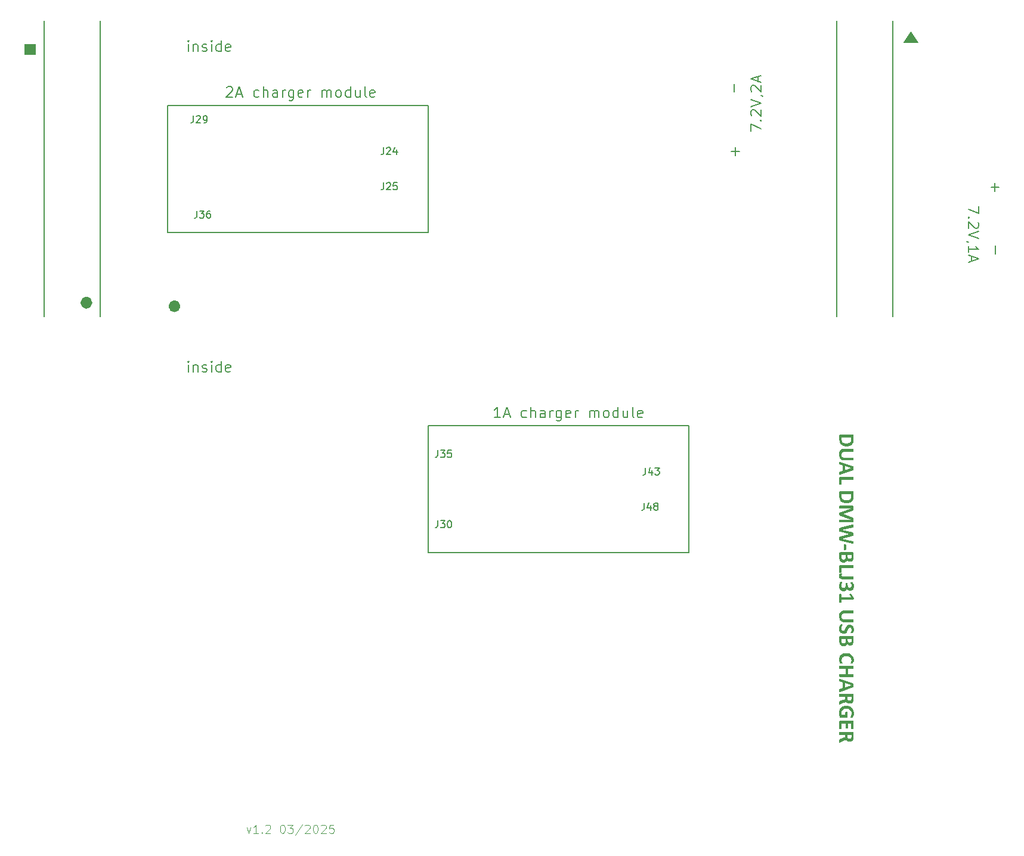
<source format=gbr>
%TF.GenerationSoftware,KiCad,Pcbnew,9.0.0*%
%TF.CreationDate,2025-03-21T15:29:29+01:00*%
%TF.ProjectId,DMW-BLJ31-charger,444d572d-424c-44a3-9331-2d6368617267,rev?*%
%TF.SameCoordinates,Original*%
%TF.FileFunction,Legend,Top*%
%TF.FilePolarity,Positive*%
%FSLAX46Y46*%
G04 Gerber Fmt 4.6, Leading zero omitted, Abs format (unit mm)*
G04 Created by KiCad (PCBNEW 9.0.0) date 2025-03-21 15:29:29*
%MOMM*%
%LPD*%
G01*
G04 APERTURE LIST*
%ADD10C,0.200000*%
%ADD11C,0.850000*%
%ADD12C,0.100000*%
%ADD13C,0.187500*%
%ADD14C,0.125000*%
%ADD15C,0.150000*%
G04 APERTURE END LIST*
D10*
X143500000Y-27000000D02*
X143500000Y-69000000D01*
D11*
X37425000Y-67000000D02*
G75*
G02*
X36575000Y-67000000I-425000J0D01*
G01*
X36575000Y-67000000D02*
G75*
G02*
X37425000Y-67000000I425000J0D01*
G01*
D10*
X85500000Y-84500000D02*
X122500000Y-84500000D01*
X122500000Y-102500000D01*
X85500000Y-102500000D01*
X85500000Y-84500000D01*
X39000000Y-27000000D02*
X39000000Y-69000000D01*
D12*
X28250000Y-30250000D02*
X29750000Y-30250000D01*
X29750000Y-31750000D01*
X28250000Y-31750000D01*
X28250000Y-30250000D01*
G36*
X28250000Y-30250000D02*
G01*
X29750000Y-30250000D01*
X29750000Y-31750000D01*
X28250000Y-31750000D01*
X28250000Y-30250000D01*
G37*
X155000000Y-30000000D02*
X153000000Y-30000000D01*
X154000000Y-28500000D01*
X155000000Y-30000000D01*
G36*
X155000000Y-30000000D02*
G01*
X153000000Y-30000000D01*
X154000000Y-28500000D01*
X155000000Y-30000000D01*
G37*
D10*
X31000000Y-27000000D02*
X31000000Y-69000000D01*
D11*
X49925000Y-67500000D02*
G75*
G02*
X49075000Y-67500000I-425000J0D01*
G01*
X49075000Y-67500000D02*
G75*
G02*
X49925000Y-67500000I425000J0D01*
G01*
D10*
X48500000Y-39000000D02*
X85500000Y-39000000D01*
X85500000Y-57000000D01*
X48500000Y-57000000D01*
X48500000Y-39000000D01*
X151500000Y-27000000D02*
X151500000Y-69000000D01*
X131306028Y-42654136D02*
X131306028Y-41654136D01*
X131306028Y-41654136D02*
X132806028Y-42296993D01*
X132663171Y-41082708D02*
X132734600Y-41011279D01*
X132734600Y-41011279D02*
X132806028Y-41082708D01*
X132806028Y-41082708D02*
X132734600Y-41154136D01*
X132734600Y-41154136D02*
X132663171Y-41082708D01*
X132663171Y-41082708D02*
X132806028Y-41082708D01*
X131448885Y-40439850D02*
X131377457Y-40368422D01*
X131377457Y-40368422D02*
X131306028Y-40225565D01*
X131306028Y-40225565D02*
X131306028Y-39868422D01*
X131306028Y-39868422D02*
X131377457Y-39725565D01*
X131377457Y-39725565D02*
X131448885Y-39654136D01*
X131448885Y-39654136D02*
X131591742Y-39582707D01*
X131591742Y-39582707D02*
X131734600Y-39582707D01*
X131734600Y-39582707D02*
X131948885Y-39654136D01*
X131948885Y-39654136D02*
X132806028Y-40511279D01*
X132806028Y-40511279D02*
X132806028Y-39582707D01*
X131306028Y-39154136D02*
X132806028Y-38654136D01*
X132806028Y-38654136D02*
X131306028Y-38154136D01*
X132734600Y-37582708D02*
X132806028Y-37582708D01*
X132806028Y-37582708D02*
X132948885Y-37654137D01*
X132948885Y-37654137D02*
X133020314Y-37725565D01*
X131448885Y-37011279D02*
X131377457Y-36939851D01*
X131377457Y-36939851D02*
X131306028Y-36796994D01*
X131306028Y-36796994D02*
X131306028Y-36439851D01*
X131306028Y-36439851D02*
X131377457Y-36296994D01*
X131377457Y-36296994D02*
X131448885Y-36225565D01*
X131448885Y-36225565D02*
X131591742Y-36154136D01*
X131591742Y-36154136D02*
X131734600Y-36154136D01*
X131734600Y-36154136D02*
X131948885Y-36225565D01*
X131948885Y-36225565D02*
X132806028Y-37082708D01*
X132806028Y-37082708D02*
X132806028Y-36154136D01*
X132377457Y-35582708D02*
X132377457Y-34868423D01*
X132806028Y-35725565D02*
X131306028Y-35225565D01*
X131306028Y-35225565D02*
X132806028Y-34725565D01*
D13*
X95766212Y-83306678D02*
X94909069Y-83306678D01*
X95337640Y-83306678D02*
X95337640Y-81806678D01*
X95337640Y-81806678D02*
X95194783Y-82020964D01*
X95194783Y-82020964D02*
X95051926Y-82163821D01*
X95051926Y-82163821D02*
X94909069Y-82235250D01*
X96337640Y-82878107D02*
X97051926Y-82878107D01*
X96194783Y-83306678D02*
X96694783Y-81806678D01*
X96694783Y-81806678D02*
X97194783Y-83306678D01*
X99480497Y-83235250D02*
X99337639Y-83306678D01*
X99337639Y-83306678D02*
X99051925Y-83306678D01*
X99051925Y-83306678D02*
X98909068Y-83235250D01*
X98909068Y-83235250D02*
X98837639Y-83163821D01*
X98837639Y-83163821D02*
X98766211Y-83020964D01*
X98766211Y-83020964D02*
X98766211Y-82592392D01*
X98766211Y-82592392D02*
X98837639Y-82449535D01*
X98837639Y-82449535D02*
X98909068Y-82378107D01*
X98909068Y-82378107D02*
X99051925Y-82306678D01*
X99051925Y-82306678D02*
X99337639Y-82306678D01*
X99337639Y-82306678D02*
X99480497Y-82378107D01*
X100123353Y-83306678D02*
X100123353Y-81806678D01*
X100766211Y-83306678D02*
X100766211Y-82520964D01*
X100766211Y-82520964D02*
X100694782Y-82378107D01*
X100694782Y-82378107D02*
X100551925Y-82306678D01*
X100551925Y-82306678D02*
X100337639Y-82306678D01*
X100337639Y-82306678D02*
X100194782Y-82378107D01*
X100194782Y-82378107D02*
X100123353Y-82449535D01*
X102123354Y-83306678D02*
X102123354Y-82520964D01*
X102123354Y-82520964D02*
X102051925Y-82378107D01*
X102051925Y-82378107D02*
X101909068Y-82306678D01*
X101909068Y-82306678D02*
X101623354Y-82306678D01*
X101623354Y-82306678D02*
X101480496Y-82378107D01*
X102123354Y-83235250D02*
X101980496Y-83306678D01*
X101980496Y-83306678D02*
X101623354Y-83306678D01*
X101623354Y-83306678D02*
X101480496Y-83235250D01*
X101480496Y-83235250D02*
X101409068Y-83092392D01*
X101409068Y-83092392D02*
X101409068Y-82949535D01*
X101409068Y-82949535D02*
X101480496Y-82806678D01*
X101480496Y-82806678D02*
X101623354Y-82735250D01*
X101623354Y-82735250D02*
X101980496Y-82735250D01*
X101980496Y-82735250D02*
X102123354Y-82663821D01*
X102837639Y-83306678D02*
X102837639Y-82306678D01*
X102837639Y-82592392D02*
X102909068Y-82449535D01*
X102909068Y-82449535D02*
X102980497Y-82378107D01*
X102980497Y-82378107D02*
X103123354Y-82306678D01*
X103123354Y-82306678D02*
X103266211Y-82306678D01*
X104409068Y-82306678D02*
X104409068Y-83520964D01*
X104409068Y-83520964D02*
X104337639Y-83663821D01*
X104337639Y-83663821D02*
X104266210Y-83735250D01*
X104266210Y-83735250D02*
X104123353Y-83806678D01*
X104123353Y-83806678D02*
X103909068Y-83806678D01*
X103909068Y-83806678D02*
X103766210Y-83735250D01*
X104409068Y-83235250D02*
X104266210Y-83306678D01*
X104266210Y-83306678D02*
X103980496Y-83306678D01*
X103980496Y-83306678D02*
X103837639Y-83235250D01*
X103837639Y-83235250D02*
X103766210Y-83163821D01*
X103766210Y-83163821D02*
X103694782Y-83020964D01*
X103694782Y-83020964D02*
X103694782Y-82592392D01*
X103694782Y-82592392D02*
X103766210Y-82449535D01*
X103766210Y-82449535D02*
X103837639Y-82378107D01*
X103837639Y-82378107D02*
X103980496Y-82306678D01*
X103980496Y-82306678D02*
X104266210Y-82306678D01*
X104266210Y-82306678D02*
X104409068Y-82378107D01*
X105694782Y-83235250D02*
X105551925Y-83306678D01*
X105551925Y-83306678D02*
X105266211Y-83306678D01*
X105266211Y-83306678D02*
X105123353Y-83235250D01*
X105123353Y-83235250D02*
X105051925Y-83092392D01*
X105051925Y-83092392D02*
X105051925Y-82520964D01*
X105051925Y-82520964D02*
X105123353Y-82378107D01*
X105123353Y-82378107D02*
X105266211Y-82306678D01*
X105266211Y-82306678D02*
X105551925Y-82306678D01*
X105551925Y-82306678D02*
X105694782Y-82378107D01*
X105694782Y-82378107D02*
X105766211Y-82520964D01*
X105766211Y-82520964D02*
X105766211Y-82663821D01*
X105766211Y-82663821D02*
X105051925Y-82806678D01*
X106409067Y-83306678D02*
X106409067Y-82306678D01*
X106409067Y-82592392D02*
X106480496Y-82449535D01*
X106480496Y-82449535D02*
X106551925Y-82378107D01*
X106551925Y-82378107D02*
X106694782Y-82306678D01*
X106694782Y-82306678D02*
X106837639Y-82306678D01*
X108480495Y-83306678D02*
X108480495Y-82306678D01*
X108480495Y-82449535D02*
X108551924Y-82378107D01*
X108551924Y-82378107D02*
X108694781Y-82306678D01*
X108694781Y-82306678D02*
X108909067Y-82306678D01*
X108909067Y-82306678D02*
X109051924Y-82378107D01*
X109051924Y-82378107D02*
X109123353Y-82520964D01*
X109123353Y-82520964D02*
X109123353Y-83306678D01*
X109123353Y-82520964D02*
X109194781Y-82378107D01*
X109194781Y-82378107D02*
X109337638Y-82306678D01*
X109337638Y-82306678D02*
X109551924Y-82306678D01*
X109551924Y-82306678D02*
X109694781Y-82378107D01*
X109694781Y-82378107D02*
X109766210Y-82520964D01*
X109766210Y-82520964D02*
X109766210Y-83306678D01*
X110694781Y-83306678D02*
X110551924Y-83235250D01*
X110551924Y-83235250D02*
X110480495Y-83163821D01*
X110480495Y-83163821D02*
X110409067Y-83020964D01*
X110409067Y-83020964D02*
X110409067Y-82592392D01*
X110409067Y-82592392D02*
X110480495Y-82449535D01*
X110480495Y-82449535D02*
X110551924Y-82378107D01*
X110551924Y-82378107D02*
X110694781Y-82306678D01*
X110694781Y-82306678D02*
X110909067Y-82306678D01*
X110909067Y-82306678D02*
X111051924Y-82378107D01*
X111051924Y-82378107D02*
X111123353Y-82449535D01*
X111123353Y-82449535D02*
X111194781Y-82592392D01*
X111194781Y-82592392D02*
X111194781Y-83020964D01*
X111194781Y-83020964D02*
X111123353Y-83163821D01*
X111123353Y-83163821D02*
X111051924Y-83235250D01*
X111051924Y-83235250D02*
X110909067Y-83306678D01*
X110909067Y-83306678D02*
X110694781Y-83306678D01*
X112480496Y-83306678D02*
X112480496Y-81806678D01*
X112480496Y-83235250D02*
X112337638Y-83306678D01*
X112337638Y-83306678D02*
X112051924Y-83306678D01*
X112051924Y-83306678D02*
X111909067Y-83235250D01*
X111909067Y-83235250D02*
X111837638Y-83163821D01*
X111837638Y-83163821D02*
X111766210Y-83020964D01*
X111766210Y-83020964D02*
X111766210Y-82592392D01*
X111766210Y-82592392D02*
X111837638Y-82449535D01*
X111837638Y-82449535D02*
X111909067Y-82378107D01*
X111909067Y-82378107D02*
X112051924Y-82306678D01*
X112051924Y-82306678D02*
X112337638Y-82306678D01*
X112337638Y-82306678D02*
X112480496Y-82378107D01*
X113837639Y-82306678D02*
X113837639Y-83306678D01*
X113194781Y-82306678D02*
X113194781Y-83092392D01*
X113194781Y-83092392D02*
X113266210Y-83235250D01*
X113266210Y-83235250D02*
X113409067Y-83306678D01*
X113409067Y-83306678D02*
X113623353Y-83306678D01*
X113623353Y-83306678D02*
X113766210Y-83235250D01*
X113766210Y-83235250D02*
X113837639Y-83163821D01*
X114766210Y-83306678D02*
X114623353Y-83235250D01*
X114623353Y-83235250D02*
X114551924Y-83092392D01*
X114551924Y-83092392D02*
X114551924Y-81806678D01*
X115909067Y-83235250D02*
X115766210Y-83306678D01*
X115766210Y-83306678D02*
X115480496Y-83306678D01*
X115480496Y-83306678D02*
X115337638Y-83235250D01*
X115337638Y-83235250D02*
X115266210Y-83092392D01*
X115266210Y-83092392D02*
X115266210Y-82520964D01*
X115266210Y-82520964D02*
X115337638Y-82378107D01*
X115337638Y-82378107D02*
X115480496Y-82306678D01*
X115480496Y-82306678D02*
X115766210Y-82306678D01*
X115766210Y-82306678D02*
X115909067Y-82378107D01*
X115909067Y-82378107D02*
X115980496Y-82520964D01*
X115980496Y-82520964D02*
X115980496Y-82663821D01*
X115980496Y-82663821D02*
X115266210Y-82806678D01*
X56909069Y-36449535D02*
X56980497Y-36378107D01*
X56980497Y-36378107D02*
X57123355Y-36306678D01*
X57123355Y-36306678D02*
X57480497Y-36306678D01*
X57480497Y-36306678D02*
X57623355Y-36378107D01*
X57623355Y-36378107D02*
X57694783Y-36449535D01*
X57694783Y-36449535D02*
X57766212Y-36592392D01*
X57766212Y-36592392D02*
X57766212Y-36735250D01*
X57766212Y-36735250D02*
X57694783Y-36949535D01*
X57694783Y-36949535D02*
X56837640Y-37806678D01*
X56837640Y-37806678D02*
X57766212Y-37806678D01*
X58337640Y-37378107D02*
X59051926Y-37378107D01*
X58194783Y-37806678D02*
X58694783Y-36306678D01*
X58694783Y-36306678D02*
X59194783Y-37806678D01*
X61480497Y-37735250D02*
X61337639Y-37806678D01*
X61337639Y-37806678D02*
X61051925Y-37806678D01*
X61051925Y-37806678D02*
X60909068Y-37735250D01*
X60909068Y-37735250D02*
X60837639Y-37663821D01*
X60837639Y-37663821D02*
X60766211Y-37520964D01*
X60766211Y-37520964D02*
X60766211Y-37092392D01*
X60766211Y-37092392D02*
X60837639Y-36949535D01*
X60837639Y-36949535D02*
X60909068Y-36878107D01*
X60909068Y-36878107D02*
X61051925Y-36806678D01*
X61051925Y-36806678D02*
X61337639Y-36806678D01*
X61337639Y-36806678D02*
X61480497Y-36878107D01*
X62123353Y-37806678D02*
X62123353Y-36306678D01*
X62766211Y-37806678D02*
X62766211Y-37020964D01*
X62766211Y-37020964D02*
X62694782Y-36878107D01*
X62694782Y-36878107D02*
X62551925Y-36806678D01*
X62551925Y-36806678D02*
X62337639Y-36806678D01*
X62337639Y-36806678D02*
X62194782Y-36878107D01*
X62194782Y-36878107D02*
X62123353Y-36949535D01*
X64123354Y-37806678D02*
X64123354Y-37020964D01*
X64123354Y-37020964D02*
X64051925Y-36878107D01*
X64051925Y-36878107D02*
X63909068Y-36806678D01*
X63909068Y-36806678D02*
X63623354Y-36806678D01*
X63623354Y-36806678D02*
X63480496Y-36878107D01*
X64123354Y-37735250D02*
X63980496Y-37806678D01*
X63980496Y-37806678D02*
X63623354Y-37806678D01*
X63623354Y-37806678D02*
X63480496Y-37735250D01*
X63480496Y-37735250D02*
X63409068Y-37592392D01*
X63409068Y-37592392D02*
X63409068Y-37449535D01*
X63409068Y-37449535D02*
X63480496Y-37306678D01*
X63480496Y-37306678D02*
X63623354Y-37235250D01*
X63623354Y-37235250D02*
X63980496Y-37235250D01*
X63980496Y-37235250D02*
X64123354Y-37163821D01*
X64837639Y-37806678D02*
X64837639Y-36806678D01*
X64837639Y-37092392D02*
X64909068Y-36949535D01*
X64909068Y-36949535D02*
X64980497Y-36878107D01*
X64980497Y-36878107D02*
X65123354Y-36806678D01*
X65123354Y-36806678D02*
X65266211Y-36806678D01*
X66409068Y-36806678D02*
X66409068Y-38020964D01*
X66409068Y-38020964D02*
X66337639Y-38163821D01*
X66337639Y-38163821D02*
X66266210Y-38235250D01*
X66266210Y-38235250D02*
X66123353Y-38306678D01*
X66123353Y-38306678D02*
X65909068Y-38306678D01*
X65909068Y-38306678D02*
X65766210Y-38235250D01*
X66409068Y-37735250D02*
X66266210Y-37806678D01*
X66266210Y-37806678D02*
X65980496Y-37806678D01*
X65980496Y-37806678D02*
X65837639Y-37735250D01*
X65837639Y-37735250D02*
X65766210Y-37663821D01*
X65766210Y-37663821D02*
X65694782Y-37520964D01*
X65694782Y-37520964D02*
X65694782Y-37092392D01*
X65694782Y-37092392D02*
X65766210Y-36949535D01*
X65766210Y-36949535D02*
X65837639Y-36878107D01*
X65837639Y-36878107D02*
X65980496Y-36806678D01*
X65980496Y-36806678D02*
X66266210Y-36806678D01*
X66266210Y-36806678D02*
X66409068Y-36878107D01*
X67694782Y-37735250D02*
X67551925Y-37806678D01*
X67551925Y-37806678D02*
X67266211Y-37806678D01*
X67266211Y-37806678D02*
X67123353Y-37735250D01*
X67123353Y-37735250D02*
X67051925Y-37592392D01*
X67051925Y-37592392D02*
X67051925Y-37020964D01*
X67051925Y-37020964D02*
X67123353Y-36878107D01*
X67123353Y-36878107D02*
X67266211Y-36806678D01*
X67266211Y-36806678D02*
X67551925Y-36806678D01*
X67551925Y-36806678D02*
X67694782Y-36878107D01*
X67694782Y-36878107D02*
X67766211Y-37020964D01*
X67766211Y-37020964D02*
X67766211Y-37163821D01*
X67766211Y-37163821D02*
X67051925Y-37306678D01*
X68409067Y-37806678D02*
X68409067Y-36806678D01*
X68409067Y-37092392D02*
X68480496Y-36949535D01*
X68480496Y-36949535D02*
X68551925Y-36878107D01*
X68551925Y-36878107D02*
X68694782Y-36806678D01*
X68694782Y-36806678D02*
X68837639Y-36806678D01*
X70480495Y-37806678D02*
X70480495Y-36806678D01*
X70480495Y-36949535D02*
X70551924Y-36878107D01*
X70551924Y-36878107D02*
X70694781Y-36806678D01*
X70694781Y-36806678D02*
X70909067Y-36806678D01*
X70909067Y-36806678D02*
X71051924Y-36878107D01*
X71051924Y-36878107D02*
X71123353Y-37020964D01*
X71123353Y-37020964D02*
X71123353Y-37806678D01*
X71123353Y-37020964D02*
X71194781Y-36878107D01*
X71194781Y-36878107D02*
X71337638Y-36806678D01*
X71337638Y-36806678D02*
X71551924Y-36806678D01*
X71551924Y-36806678D02*
X71694781Y-36878107D01*
X71694781Y-36878107D02*
X71766210Y-37020964D01*
X71766210Y-37020964D02*
X71766210Y-37806678D01*
X72694781Y-37806678D02*
X72551924Y-37735250D01*
X72551924Y-37735250D02*
X72480495Y-37663821D01*
X72480495Y-37663821D02*
X72409067Y-37520964D01*
X72409067Y-37520964D02*
X72409067Y-37092392D01*
X72409067Y-37092392D02*
X72480495Y-36949535D01*
X72480495Y-36949535D02*
X72551924Y-36878107D01*
X72551924Y-36878107D02*
X72694781Y-36806678D01*
X72694781Y-36806678D02*
X72909067Y-36806678D01*
X72909067Y-36806678D02*
X73051924Y-36878107D01*
X73051924Y-36878107D02*
X73123353Y-36949535D01*
X73123353Y-36949535D02*
X73194781Y-37092392D01*
X73194781Y-37092392D02*
X73194781Y-37520964D01*
X73194781Y-37520964D02*
X73123353Y-37663821D01*
X73123353Y-37663821D02*
X73051924Y-37735250D01*
X73051924Y-37735250D02*
X72909067Y-37806678D01*
X72909067Y-37806678D02*
X72694781Y-37806678D01*
X74480496Y-37806678D02*
X74480496Y-36306678D01*
X74480496Y-37735250D02*
X74337638Y-37806678D01*
X74337638Y-37806678D02*
X74051924Y-37806678D01*
X74051924Y-37806678D02*
X73909067Y-37735250D01*
X73909067Y-37735250D02*
X73837638Y-37663821D01*
X73837638Y-37663821D02*
X73766210Y-37520964D01*
X73766210Y-37520964D02*
X73766210Y-37092392D01*
X73766210Y-37092392D02*
X73837638Y-36949535D01*
X73837638Y-36949535D02*
X73909067Y-36878107D01*
X73909067Y-36878107D02*
X74051924Y-36806678D01*
X74051924Y-36806678D02*
X74337638Y-36806678D01*
X74337638Y-36806678D02*
X74480496Y-36878107D01*
X75837639Y-36806678D02*
X75837639Y-37806678D01*
X75194781Y-36806678D02*
X75194781Y-37592392D01*
X75194781Y-37592392D02*
X75266210Y-37735250D01*
X75266210Y-37735250D02*
X75409067Y-37806678D01*
X75409067Y-37806678D02*
X75623353Y-37806678D01*
X75623353Y-37806678D02*
X75766210Y-37735250D01*
X75766210Y-37735250D02*
X75837639Y-37663821D01*
X76766210Y-37806678D02*
X76623353Y-37735250D01*
X76623353Y-37735250D02*
X76551924Y-37592392D01*
X76551924Y-37592392D02*
X76551924Y-36306678D01*
X77909067Y-37735250D02*
X77766210Y-37806678D01*
X77766210Y-37806678D02*
X77480496Y-37806678D01*
X77480496Y-37806678D02*
X77337638Y-37735250D01*
X77337638Y-37735250D02*
X77266210Y-37592392D01*
X77266210Y-37592392D02*
X77266210Y-37020964D01*
X77266210Y-37020964D02*
X77337638Y-36878107D01*
X77337638Y-36878107D02*
X77480496Y-36806678D01*
X77480496Y-36806678D02*
X77766210Y-36806678D01*
X77766210Y-36806678D02*
X77909067Y-36878107D01*
X77909067Y-36878107D02*
X77980496Y-37020964D01*
X77980496Y-37020964D02*
X77980496Y-37163821D01*
X77980496Y-37163821D02*
X77266210Y-37306678D01*
X51480497Y-76806678D02*
X51480497Y-75806678D01*
X51480497Y-75306678D02*
X51409069Y-75378107D01*
X51409069Y-75378107D02*
X51480497Y-75449535D01*
X51480497Y-75449535D02*
X51551926Y-75378107D01*
X51551926Y-75378107D02*
X51480497Y-75306678D01*
X51480497Y-75306678D02*
X51480497Y-75449535D01*
X52194783Y-75806678D02*
X52194783Y-76806678D01*
X52194783Y-75949535D02*
X52266212Y-75878107D01*
X52266212Y-75878107D02*
X52409069Y-75806678D01*
X52409069Y-75806678D02*
X52623355Y-75806678D01*
X52623355Y-75806678D02*
X52766212Y-75878107D01*
X52766212Y-75878107D02*
X52837641Y-76020964D01*
X52837641Y-76020964D02*
X52837641Y-76806678D01*
X53480498Y-76735250D02*
X53623355Y-76806678D01*
X53623355Y-76806678D02*
X53909069Y-76806678D01*
X53909069Y-76806678D02*
X54051926Y-76735250D01*
X54051926Y-76735250D02*
X54123355Y-76592392D01*
X54123355Y-76592392D02*
X54123355Y-76520964D01*
X54123355Y-76520964D02*
X54051926Y-76378107D01*
X54051926Y-76378107D02*
X53909069Y-76306678D01*
X53909069Y-76306678D02*
X53694784Y-76306678D01*
X53694784Y-76306678D02*
X53551926Y-76235250D01*
X53551926Y-76235250D02*
X53480498Y-76092392D01*
X53480498Y-76092392D02*
X53480498Y-76020964D01*
X53480498Y-76020964D02*
X53551926Y-75878107D01*
X53551926Y-75878107D02*
X53694784Y-75806678D01*
X53694784Y-75806678D02*
X53909069Y-75806678D01*
X53909069Y-75806678D02*
X54051926Y-75878107D01*
X54766212Y-76806678D02*
X54766212Y-75806678D01*
X54766212Y-75306678D02*
X54694784Y-75378107D01*
X54694784Y-75378107D02*
X54766212Y-75449535D01*
X54766212Y-75449535D02*
X54837641Y-75378107D01*
X54837641Y-75378107D02*
X54766212Y-75306678D01*
X54766212Y-75306678D02*
X54766212Y-75449535D01*
X56123356Y-76806678D02*
X56123356Y-75306678D01*
X56123356Y-76735250D02*
X55980498Y-76806678D01*
X55980498Y-76806678D02*
X55694784Y-76806678D01*
X55694784Y-76806678D02*
X55551927Y-76735250D01*
X55551927Y-76735250D02*
X55480498Y-76663821D01*
X55480498Y-76663821D02*
X55409070Y-76520964D01*
X55409070Y-76520964D02*
X55409070Y-76092392D01*
X55409070Y-76092392D02*
X55480498Y-75949535D01*
X55480498Y-75949535D02*
X55551927Y-75878107D01*
X55551927Y-75878107D02*
X55694784Y-75806678D01*
X55694784Y-75806678D02*
X55980498Y-75806678D01*
X55980498Y-75806678D02*
X56123356Y-75878107D01*
X57409070Y-76735250D02*
X57266213Y-76806678D01*
X57266213Y-76806678D02*
X56980499Y-76806678D01*
X56980499Y-76806678D02*
X56837641Y-76735250D01*
X56837641Y-76735250D02*
X56766213Y-76592392D01*
X56766213Y-76592392D02*
X56766213Y-76020964D01*
X56766213Y-76020964D02*
X56837641Y-75878107D01*
X56837641Y-75878107D02*
X56980499Y-75806678D01*
X56980499Y-75806678D02*
X57266213Y-75806678D01*
X57266213Y-75806678D02*
X57409070Y-75878107D01*
X57409070Y-75878107D02*
X57480499Y-76020964D01*
X57480499Y-76020964D02*
X57480499Y-76163821D01*
X57480499Y-76163821D02*
X56766213Y-76306678D01*
X51480497Y-31306678D02*
X51480497Y-30306678D01*
X51480497Y-29806678D02*
X51409069Y-29878107D01*
X51409069Y-29878107D02*
X51480497Y-29949535D01*
X51480497Y-29949535D02*
X51551926Y-29878107D01*
X51551926Y-29878107D02*
X51480497Y-29806678D01*
X51480497Y-29806678D02*
X51480497Y-29949535D01*
X52194783Y-30306678D02*
X52194783Y-31306678D01*
X52194783Y-30449535D02*
X52266212Y-30378107D01*
X52266212Y-30378107D02*
X52409069Y-30306678D01*
X52409069Y-30306678D02*
X52623355Y-30306678D01*
X52623355Y-30306678D02*
X52766212Y-30378107D01*
X52766212Y-30378107D02*
X52837641Y-30520964D01*
X52837641Y-30520964D02*
X52837641Y-31306678D01*
X53480498Y-31235250D02*
X53623355Y-31306678D01*
X53623355Y-31306678D02*
X53909069Y-31306678D01*
X53909069Y-31306678D02*
X54051926Y-31235250D01*
X54051926Y-31235250D02*
X54123355Y-31092392D01*
X54123355Y-31092392D02*
X54123355Y-31020964D01*
X54123355Y-31020964D02*
X54051926Y-30878107D01*
X54051926Y-30878107D02*
X53909069Y-30806678D01*
X53909069Y-30806678D02*
X53694784Y-30806678D01*
X53694784Y-30806678D02*
X53551926Y-30735250D01*
X53551926Y-30735250D02*
X53480498Y-30592392D01*
X53480498Y-30592392D02*
X53480498Y-30520964D01*
X53480498Y-30520964D02*
X53551926Y-30378107D01*
X53551926Y-30378107D02*
X53694784Y-30306678D01*
X53694784Y-30306678D02*
X53909069Y-30306678D01*
X53909069Y-30306678D02*
X54051926Y-30378107D01*
X54766212Y-31306678D02*
X54766212Y-30306678D01*
X54766212Y-29806678D02*
X54694784Y-29878107D01*
X54694784Y-29878107D02*
X54766212Y-29949535D01*
X54766212Y-29949535D02*
X54837641Y-29878107D01*
X54837641Y-29878107D02*
X54766212Y-29806678D01*
X54766212Y-29806678D02*
X54766212Y-29949535D01*
X56123356Y-31306678D02*
X56123356Y-29806678D01*
X56123356Y-31235250D02*
X55980498Y-31306678D01*
X55980498Y-31306678D02*
X55694784Y-31306678D01*
X55694784Y-31306678D02*
X55551927Y-31235250D01*
X55551927Y-31235250D02*
X55480498Y-31163821D01*
X55480498Y-31163821D02*
X55409070Y-31020964D01*
X55409070Y-31020964D02*
X55409070Y-30592392D01*
X55409070Y-30592392D02*
X55480498Y-30449535D01*
X55480498Y-30449535D02*
X55551927Y-30378107D01*
X55551927Y-30378107D02*
X55694784Y-30306678D01*
X55694784Y-30306678D02*
X55980498Y-30306678D01*
X55980498Y-30306678D02*
X56123356Y-30378107D01*
X57409070Y-31235250D02*
X57266213Y-31306678D01*
X57266213Y-31306678D02*
X56980499Y-31306678D01*
X56980499Y-31306678D02*
X56837641Y-31235250D01*
X56837641Y-31235250D02*
X56766213Y-31092392D01*
X56766213Y-31092392D02*
X56766213Y-30520964D01*
X56766213Y-30520964D02*
X56837641Y-30378107D01*
X56837641Y-30378107D02*
X56980499Y-30306678D01*
X56980499Y-30306678D02*
X57266213Y-30306678D01*
X57266213Y-30306678D02*
X57409070Y-30378107D01*
X57409070Y-30378107D02*
X57480499Y-30520964D01*
X57480499Y-30520964D02*
X57480499Y-30663821D01*
X57480499Y-30663821D02*
X56766213Y-30806678D01*
D10*
X163693971Y-53345863D02*
X163693971Y-54345863D01*
X163693971Y-54345863D02*
X162193971Y-53703006D01*
X162336828Y-54917291D02*
X162265400Y-54988720D01*
X162265400Y-54988720D02*
X162193971Y-54917291D01*
X162193971Y-54917291D02*
X162265400Y-54845863D01*
X162265400Y-54845863D02*
X162336828Y-54917291D01*
X162336828Y-54917291D02*
X162193971Y-54917291D01*
X163551114Y-55560149D02*
X163622542Y-55631577D01*
X163622542Y-55631577D02*
X163693971Y-55774435D01*
X163693971Y-55774435D02*
X163693971Y-56131577D01*
X163693971Y-56131577D02*
X163622542Y-56274435D01*
X163622542Y-56274435D02*
X163551114Y-56345863D01*
X163551114Y-56345863D02*
X163408257Y-56417292D01*
X163408257Y-56417292D02*
X163265400Y-56417292D01*
X163265400Y-56417292D02*
X163051114Y-56345863D01*
X163051114Y-56345863D02*
X162193971Y-55488720D01*
X162193971Y-55488720D02*
X162193971Y-56417292D01*
X163693971Y-56845863D02*
X162193971Y-57345863D01*
X162193971Y-57345863D02*
X163693971Y-57845863D01*
X162265400Y-58417291D02*
X162193971Y-58417291D01*
X162193971Y-58417291D02*
X162051114Y-58345862D01*
X162051114Y-58345862D02*
X161979685Y-58274434D01*
X162193971Y-59845863D02*
X162193971Y-58988720D01*
X162193971Y-59417291D02*
X163693971Y-59417291D01*
X163693971Y-59417291D02*
X163479685Y-59274434D01*
X163479685Y-59274434D02*
X163336828Y-59131577D01*
X163336828Y-59131577D02*
X163265400Y-58988720D01*
X162622542Y-60417291D02*
X162622542Y-61131577D01*
X162193971Y-60274434D02*
X163693971Y-60774434D01*
X163693971Y-60774434D02*
X162193971Y-61274434D01*
G36*
X145854067Y-85731239D02*
G01*
X145891703Y-85756723D01*
X145914459Y-85795674D01*
X145922318Y-85844077D01*
X145922318Y-86365669D01*
X145914450Y-86546690D01*
X145892529Y-86699103D01*
X145858699Y-86826873D01*
X145808505Y-86948574D01*
X145745722Y-87054280D01*
X145670370Y-87145812D01*
X145581740Y-87224469D01*
X145479451Y-87290140D01*
X145361824Y-87342989D01*
X145237676Y-87379464D01*
X145096691Y-87402466D01*
X144936432Y-87410540D01*
X144750907Y-87401606D01*
X144592863Y-87376547D01*
X144458516Y-87337512D01*
X144331491Y-87280255D01*
X144224197Y-87210304D01*
X144134241Y-87127695D01*
X144058910Y-87031490D01*
X143997439Y-86921346D01*
X143949844Y-86795415D01*
X143918422Y-86663737D01*
X143898204Y-86509540D01*
X143891759Y-86348536D01*
X144214572Y-86348536D01*
X144226476Y-86510613D01*
X144258530Y-86634330D01*
X144314248Y-86741606D01*
X144391526Y-86828418D01*
X144489120Y-86895289D01*
X144612438Y-86944702D01*
X144750663Y-86972933D01*
X144920843Y-86983183D01*
X145062336Y-86974476D01*
X145189785Y-86949337D01*
X145306958Y-86904789D01*
X145405220Y-86840917D01*
X145485755Y-86756657D01*
X145547625Y-86649217D01*
X145584589Y-86521977D01*
X145598745Y-86342216D01*
X145598745Y-86133242D01*
X144214572Y-86133242D01*
X144214572Y-86348536D01*
X143891759Y-86348536D01*
X143891000Y-86329576D01*
X143891000Y-85844077D01*
X143898859Y-85795674D01*
X143921615Y-85756723D01*
X143959251Y-85731239D01*
X144021327Y-85721473D01*
X145791990Y-85721473D01*
X145854067Y-85731239D01*
G37*
G36*
X144647548Y-89409699D02*
G01*
X144467011Y-89395338D01*
X144313301Y-89354646D01*
X144176225Y-89286123D01*
X144063740Y-89192860D01*
X143975048Y-89075312D01*
X143908414Y-88928833D01*
X143869106Y-88764810D01*
X143855047Y-88567622D01*
X143867577Y-88381761D01*
X143902937Y-88223405D01*
X143964122Y-88081070D01*
X144048011Y-87965698D01*
X144156088Y-87873679D01*
X144290550Y-87804754D01*
X144443256Y-87763745D01*
X144630274Y-87749000D01*
X145865440Y-87749000D01*
X145893528Y-87758409D01*
X145914032Y-87792115D01*
X145926532Y-87855874D01*
X145931307Y-87956429D01*
X145926532Y-88055439D01*
X145914032Y-88118356D01*
X145893669Y-88152062D01*
X145865440Y-88162314D01*
X144668333Y-88162314D01*
X144552146Y-88170262D01*
X144459078Y-88192087D01*
X144376863Y-88229258D01*
X144312599Y-88277755D01*
X144262000Y-88338762D01*
X144225527Y-88411313D01*
X144204088Y-88492069D01*
X144196596Y-88584897D01*
X144204353Y-88679050D01*
X144226369Y-88759323D01*
X144263275Y-88830813D01*
X144313301Y-88889651D01*
X144376138Y-88936424D01*
X144454303Y-88972229D01*
X144541632Y-88993692D01*
X144644739Y-89001300D01*
X145865440Y-89001300D01*
X145893669Y-89010710D01*
X145914032Y-89043713D01*
X145926532Y-89107332D01*
X145931307Y-89207044D01*
X145926532Y-89305211D01*
X145914032Y-89367286D01*
X145893528Y-89400289D01*
X145865440Y-89409699D01*
X144647548Y-89409699D01*
G37*
G36*
X144048292Y-89608982D02*
G01*
X145849711Y-90236045D01*
X145892826Y-90257954D01*
X145917965Y-90298120D01*
X145928919Y-90374238D01*
X145931307Y-90503162D01*
X145928919Y-90650764D01*
X145917824Y-90736291D01*
X145891983Y-90780389D01*
X145844936Y-90803141D01*
X144045202Y-91431608D01*
X143955742Y-91455202D01*
X143925873Y-91454141D01*
X143906307Y-91442562D01*
X143893865Y-91421106D01*
X143885944Y-91381331D01*
X143882011Y-91260412D01*
X143884399Y-91135421D01*
X143893808Y-91067167D01*
X143913329Y-91034164D01*
X143946333Y-91018435D01*
X144358383Y-90881787D01*
X144358383Y-90785867D01*
X144672967Y-90785867D01*
X145538497Y-90498387D01*
X145538497Y-90496842D01*
X144672967Y-90209221D01*
X144672967Y-90785867D01*
X144358383Y-90785867D01*
X144358383Y-90118076D01*
X143957287Y-89989293D01*
X143920492Y-89972721D01*
X143896898Y-89939718D01*
X143885241Y-89875256D01*
X143882011Y-89766134D01*
X143886786Y-89652940D01*
X143895594Y-89616446D01*
X143909397Y-89596483D01*
X143930103Y-89586095D01*
X143960377Y-89585389D01*
X144048292Y-89608982D01*
G37*
G36*
X144064162Y-92833757D02*
G01*
X143984673Y-92829825D01*
X143931025Y-92818028D01*
X143900409Y-92798367D01*
X143891000Y-92770840D01*
X143891000Y-91839164D01*
X143898859Y-91790761D01*
X143921615Y-91751810D01*
X143959251Y-91726326D01*
X144021327Y-91716560D01*
X145865440Y-91716560D01*
X145893528Y-91726672D01*
X145914032Y-91760518D01*
X145926532Y-91824137D01*
X145931307Y-91923989D01*
X145926532Y-92024544D01*
X145914032Y-92087461D01*
X145893669Y-92121167D01*
X145865440Y-92131419D01*
X144232549Y-92131419D01*
X144232549Y-92770840D01*
X144223841Y-92798367D01*
X144195613Y-92818028D01*
X144143650Y-92829825D01*
X144064162Y-92833757D01*
G37*
G36*
X145854067Y-93811574D02*
G01*
X145891703Y-93837058D01*
X145914459Y-93876009D01*
X145922318Y-93924412D01*
X145922318Y-94446004D01*
X145914450Y-94627025D01*
X145892529Y-94779438D01*
X145858699Y-94907208D01*
X145808505Y-95028909D01*
X145745722Y-95134615D01*
X145670370Y-95226147D01*
X145581740Y-95304804D01*
X145479451Y-95370475D01*
X145361824Y-95423324D01*
X145237676Y-95459799D01*
X145096691Y-95482800D01*
X144936432Y-95490875D01*
X144750907Y-95481941D01*
X144592863Y-95456882D01*
X144458516Y-95417847D01*
X144331491Y-95360590D01*
X144224197Y-95290639D01*
X144134241Y-95208030D01*
X144058910Y-95111825D01*
X143997439Y-95001680D01*
X143949844Y-94875750D01*
X143918422Y-94744072D01*
X143898204Y-94589875D01*
X143891759Y-94428871D01*
X144214572Y-94428871D01*
X144226476Y-94590948D01*
X144258530Y-94714665D01*
X144314248Y-94821941D01*
X144391526Y-94908753D01*
X144489120Y-94975624D01*
X144612438Y-95025037D01*
X144750663Y-95053268D01*
X144920843Y-95063517D01*
X145062336Y-95054811D01*
X145189785Y-95029672D01*
X145306958Y-94985124D01*
X145405220Y-94921252D01*
X145485755Y-94836992D01*
X145547625Y-94729552D01*
X145584589Y-94602312D01*
X145598745Y-94422551D01*
X145598745Y-94213577D01*
X144214572Y-94213577D01*
X144214572Y-94428871D01*
X143891759Y-94428871D01*
X143891000Y-94409911D01*
X143891000Y-93924412D01*
X143898859Y-93876009D01*
X143921615Y-93837058D01*
X143959251Y-93811574D01*
X144021327Y-93801808D01*
X145791990Y-93801808D01*
X145854067Y-93811574D01*
G37*
G36*
X143947878Y-98200237D02*
G01*
X143919649Y-98191530D01*
X143899285Y-98160211D01*
X143886786Y-98099682D01*
X143882011Y-98003902D01*
X143886786Y-97909527D01*
X143899285Y-97849840D01*
X143919649Y-97818522D01*
X143947878Y-97809112D01*
X145598745Y-97809112D01*
X145598745Y-97805882D01*
X143949563Y-97216738D01*
X143915717Y-97196234D01*
X143894510Y-97157753D01*
X143884399Y-97095679D01*
X143882011Y-97004534D01*
X143885944Y-96913388D01*
X143898443Y-96851314D01*
X143919649Y-96812834D01*
X143949563Y-96794015D01*
X145598745Y-96225375D01*
X145598745Y-96222144D01*
X143947878Y-96222144D01*
X143919649Y-96213437D01*
X143899285Y-96181277D01*
X143886786Y-96120747D01*
X143882011Y-96025669D01*
X143886786Y-95931434D01*
X143899285Y-95870905D01*
X143919649Y-95839446D01*
X143947878Y-95830880D01*
X145757583Y-95830880D01*
X145830512Y-95842309D01*
X145879906Y-95873292D01*
X145911254Y-95921583D01*
X145922318Y-95986487D01*
X145922318Y-96256693D01*
X145910521Y-96380841D01*
X145894466Y-96429962D01*
X145871198Y-96470442D01*
X145839885Y-96504688D01*
X145799012Y-96533359D01*
X145688486Y-96577316D01*
X144478459Y-97017173D01*
X144478459Y-97023493D01*
X145685397Y-97479079D01*
X145796765Y-97523739D01*
X145870496Y-97580336D01*
X145894471Y-97615275D01*
X145910521Y-97656595D01*
X145922318Y-97758695D01*
X145922318Y-98036905D01*
X145911364Y-98109934D01*
X145879203Y-98160211D01*
X145827381Y-98189985D01*
X145757583Y-98200237D01*
X143947878Y-98200237D01*
G37*
G36*
X143996610Y-100784186D02*
G01*
X143936081Y-100758204D01*
X143916560Y-100738327D01*
X143901532Y-100708770D01*
X143885944Y-100623944D01*
X143882011Y-100491931D01*
X143885944Y-100348261D01*
X143901532Y-100262593D01*
X143916570Y-100234796D01*
X143936081Y-100216950D01*
X143996610Y-100195041D01*
X145283318Y-99869643D01*
X145283318Y-99866553D01*
X143996610Y-99558709D01*
X143937766Y-99536660D01*
X143918037Y-99519059D01*
X143902375Y-99491860D01*
X143885944Y-99408579D01*
X143882011Y-99269544D01*
X143885944Y-99124189D01*
X143901532Y-99038521D01*
X143916561Y-99010843D01*
X143936081Y-98993019D01*
X143996610Y-98969425D01*
X145768116Y-98507519D01*
X145856733Y-98491789D01*
X145885852Y-98495801D01*
X145906168Y-98509906D01*
X145919327Y-98533538D01*
X145927374Y-98574228D01*
X145931307Y-98699219D01*
X145928919Y-98816205D01*
X145917965Y-98881509D01*
X145892826Y-98911283D01*
X145846621Y-98923922D01*
X144291533Y-99280498D01*
X144291533Y-99282043D01*
X145835527Y-99652944D01*
X145884259Y-99669376D01*
X145913190Y-99703924D01*
X145927374Y-99770773D01*
X145931307Y-99883827D01*
X145928076Y-100004043D01*
X145914735Y-100073140D01*
X145885804Y-100108531D01*
X145835527Y-100125805D01*
X144291533Y-100509205D01*
X144291533Y-100512295D01*
X145841846Y-100869011D01*
X145884961Y-100881510D01*
X145913190Y-100911424D01*
X145927374Y-100974341D01*
X145931307Y-101089080D01*
X145927374Y-101196657D01*
X145919447Y-101231518D01*
X145906168Y-101252411D01*
X145885883Y-101264438D01*
X145855188Y-101267298D01*
X145763341Y-101250867D01*
X143996610Y-100784186D01*
G37*
G36*
X144683500Y-102130721D02*
G01*
X144599414Y-102125420D01*
X144556262Y-102113447D01*
X144529047Y-102090824D01*
X144520169Y-102058394D01*
X144520169Y-101404788D01*
X144529309Y-101371122D01*
X144557105Y-101348191D01*
X144600790Y-101336173D01*
X144683500Y-101330917D01*
X144764863Y-101336178D01*
X144807649Y-101348191D01*
X144834763Y-101371047D01*
X144843742Y-101404788D01*
X144843742Y-102058394D01*
X144835877Y-102090696D01*
X144809194Y-102113447D01*
X144758916Y-102126789D01*
X144683500Y-102130721D01*
G37*
G36*
X145854067Y-102453667D02*
G01*
X145891703Y-102479152D01*
X145914459Y-102518102D01*
X145922318Y-102566505D01*
X145922318Y-103077144D01*
X145913735Y-103256791D01*
X145890860Y-103393695D01*
X145850263Y-103515854D01*
X145795923Y-103612078D01*
X145723743Y-103690597D01*
X145634838Y-103748024D01*
X145531716Y-103782815D01*
X145405501Y-103795211D01*
X145333087Y-103790373D01*
X145266465Y-103776252D01*
X145203882Y-103752944D01*
X145147934Y-103721340D01*
X145097886Y-103681287D01*
X145053699Y-103632582D01*
X145017078Y-103576767D01*
X144987693Y-103512366D01*
X144965908Y-103595956D01*
X144932781Y-103671765D01*
X144887832Y-103740249D01*
X144831524Y-103799144D01*
X144764963Y-103847232D01*
X144686450Y-103884672D01*
X144599986Y-103907964D01*
X144499805Y-103916130D01*
X144394737Y-103908362D01*
X144303611Y-103886216D01*
X144220146Y-103850324D01*
X144148285Y-103803778D01*
X144085725Y-103746219D01*
X144032141Y-103678085D01*
X143988143Y-103601923D01*
X143952091Y-103517001D01*
X143925104Y-103427007D01*
X143905886Y-103329233D01*
X143894916Y-103226671D01*
X143892341Y-103147925D01*
X144205584Y-103147925D01*
X144210490Y-103230655D01*
X144223561Y-103293140D01*
X144246158Y-103348805D01*
X144276647Y-103395239D01*
X144315997Y-103433614D01*
X144364281Y-103462791D01*
X144419241Y-103480889D01*
X144483795Y-103487227D01*
X144551644Y-103481100D01*
X144609629Y-103463633D01*
X144660735Y-103434469D01*
X144702600Y-103394537D01*
X144735072Y-103344337D01*
X144760461Y-103278253D01*
X144775136Y-103202191D01*
X144780825Y-103094418D01*
X144780825Y-103080233D01*
X145086422Y-103080233D01*
X145092368Y-103164963D01*
X145107628Y-103223201D01*
X145133336Y-103272793D01*
X145166051Y-103311959D01*
X145206263Y-103342742D01*
X145252983Y-103364624D01*
X145357892Y-103381898D01*
X145417352Y-103377002D01*
X145468277Y-103363079D01*
X145513386Y-103339329D01*
X145549592Y-103306482D01*
X145577651Y-103265015D01*
X145599307Y-103211404D01*
X145611811Y-103149201D01*
X145616722Y-103058325D01*
X145616722Y-102849351D01*
X145086422Y-102849351D01*
X145086422Y-103080233D01*
X144780825Y-103080233D01*
X144780825Y-102849351D01*
X144205584Y-102849351D01*
X144205584Y-103147925D01*
X143892341Y-103147925D01*
X143891000Y-103106917D01*
X143891000Y-102566505D01*
X143898859Y-102518102D01*
X143921615Y-102479152D01*
X143959251Y-102453667D01*
X144021327Y-102443901D01*
X145791990Y-102443901D01*
X145854067Y-102453667D01*
G37*
G36*
X144064162Y-105365467D02*
G01*
X143984673Y-105361535D01*
X143931025Y-105349738D01*
X143900409Y-105330076D01*
X143891000Y-105302550D01*
X143891000Y-104370874D01*
X143898859Y-104322471D01*
X143921615Y-104283520D01*
X143959251Y-104258036D01*
X144021327Y-104248270D01*
X145865440Y-104248270D01*
X145893528Y-104258381D01*
X145914032Y-104292227D01*
X145926532Y-104355846D01*
X145931307Y-104455699D01*
X145926532Y-104556254D01*
X145914032Y-104619171D01*
X145893669Y-104652876D01*
X145865440Y-104663128D01*
X144232549Y-104663128D01*
X144232549Y-105302550D01*
X144223841Y-105330076D01*
X144195613Y-105349738D01*
X144143650Y-105361535D01*
X144064162Y-105365467D01*
G37*
G36*
X144452758Y-106287032D02*
G01*
X144318019Y-106280204D01*
X144203337Y-106261051D01*
X144099197Y-106225426D01*
X144014586Y-106173135D01*
X143946653Y-106102311D01*
X143895915Y-106010506D01*
X143866098Y-105903136D01*
X143855047Y-105762349D01*
X143862350Y-105668817D01*
X143880888Y-105583991D01*
X143905043Y-105517142D01*
X143928076Y-105479504D01*
X143949282Y-105463775D01*
X143978353Y-105452680D01*
X144023153Y-105446501D01*
X144090705Y-105444956D01*
X144180867Y-105447343D01*
X144239009Y-105455208D01*
X144268782Y-105470797D01*
X144277489Y-105496778D01*
X144267237Y-105529781D01*
X144246031Y-105572194D01*
X144224825Y-105627247D01*
X144214572Y-105701118D01*
X144226369Y-105775691D01*
X144242360Y-105804950D01*
X144267237Y-105829058D01*
X144299568Y-105847009D01*
X144345041Y-105861219D01*
X144470875Y-105872314D01*
X145868390Y-105872314D01*
X145895916Y-105882425D01*
X145915577Y-105915429D01*
X145927374Y-105979048D01*
X145931307Y-106079743D01*
X145927374Y-106178613D01*
X145915577Y-106242232D01*
X145895916Y-106276780D01*
X145868390Y-106287032D01*
X144452758Y-106287032D01*
G37*
G36*
X144489413Y-107997868D02*
G01*
X144342493Y-107982788D01*
X144217943Y-107939726D01*
X144109097Y-107870140D01*
X144019221Y-107777799D01*
X143949443Y-107666037D01*
X143896898Y-107529642D01*
X143865849Y-107380993D01*
X143855047Y-107213934D01*
X143870636Y-107019003D01*
X143908976Y-106857919D01*
X143956304Y-106742478D01*
X143993380Y-106682791D01*
X144021608Y-106661584D01*
X144058404Y-106649085D01*
X144111630Y-106641221D01*
X144189293Y-106638833D01*
X144258589Y-106642701D01*
X144293359Y-106651332D01*
X144315635Y-106667725D01*
X144322430Y-106689111D01*
X144300943Y-106743320D01*
X144255019Y-106841488D01*
X144208955Y-106981225D01*
X144193237Y-107064471D01*
X144187608Y-107163656D01*
X144192996Y-107247125D01*
X144207972Y-107316033D01*
X144233136Y-107378199D01*
X144265412Y-107428385D01*
X144306572Y-107468975D01*
X144355153Y-107497481D01*
X144410047Y-107514383D01*
X144472420Y-107520232D01*
X144540579Y-107513150D01*
X144599798Y-107492706D01*
X144651963Y-107458842D01*
X144696561Y-107410970D01*
X144731245Y-107351850D01*
X144758776Y-107274323D01*
X144774918Y-107188016D01*
X144780825Y-107080375D01*
X144780825Y-106904405D01*
X144786302Y-106869856D01*
X144809334Y-106846263D01*
X144857646Y-106832921D01*
X144937556Y-106828989D01*
X145012691Y-106832921D01*
X145057912Y-106845420D01*
X145080102Y-106867469D01*
X145086422Y-106899630D01*
X145086422Y-107077145D01*
X145091871Y-107165389D01*
X145107066Y-107238932D01*
X145132928Y-107305363D01*
X145166191Y-107357603D01*
X145208808Y-107399910D01*
X145259162Y-107430632D01*
X145315966Y-107449338D01*
X145379941Y-107455771D01*
X145475861Y-107438497D01*
X145518259Y-107416997D01*
X145554226Y-107387377D01*
X145583174Y-107349741D01*
X145606470Y-107300163D01*
X145620595Y-107244016D01*
X145625710Y-107174470D01*
X145619676Y-107094543D01*
X145601976Y-107020548D01*
X145550013Y-106890922D01*
X145497348Y-106793457D01*
X145472912Y-106734613D01*
X145478389Y-106712564D01*
X145499736Y-106696835D01*
X145545659Y-106687425D01*
X145623322Y-106684336D01*
X145689048Y-106685881D01*
X145732584Y-106692200D01*
X145762639Y-106703997D01*
X145790446Y-106726748D01*
X145834825Y-106791210D01*
X145891843Y-106913674D01*
X145938890Y-107084167D01*
X145953253Y-107183080D01*
X145958271Y-107293984D01*
X145949183Y-107436904D01*
X145923863Y-107555623D01*
X145880971Y-107662399D01*
X145824853Y-107747183D01*
X145752826Y-107815450D01*
X145665735Y-107865012D01*
X145567231Y-107894772D01*
X145452829Y-107905177D01*
X145362731Y-107899128D01*
X145281071Y-107881584D01*
X145205249Y-107852212D01*
X145139227Y-107812487D01*
X145081863Y-107761607D01*
X145033195Y-107698591D01*
X144995488Y-107626265D01*
X144967610Y-107540737D01*
X144962835Y-107540737D01*
X144942455Y-107643628D01*
X144908344Y-107732437D01*
X144860681Y-107811560D01*
X144803436Y-107876106D01*
X144736135Y-107928216D01*
X144660609Y-107966409D01*
X144578695Y-107989874D01*
X144489413Y-107997868D01*
G37*
G36*
X144045904Y-109619805D02*
G01*
X143972314Y-109615030D01*
X143924284Y-109601688D01*
X143898724Y-109582027D01*
X143891000Y-109556888D01*
X143891000Y-108435056D01*
X143898724Y-108411462D01*
X143924284Y-108391801D01*
X143972314Y-108378459D01*
X144045904Y-108373825D01*
X144121040Y-108377757D01*
X144169913Y-108390256D01*
X144197017Y-108409918D01*
X144205584Y-108435056D01*
X144205584Y-108813822D01*
X145535829Y-108813822D01*
X145356066Y-108487019D01*
X145334859Y-108428034D01*
X145335377Y-108407145D01*
X145344269Y-108391941D01*
X145390474Y-108373825D01*
X145482883Y-108369190D01*
X145544817Y-108370735D01*
X145586246Y-108378599D01*
X145614475Y-108395874D01*
X145638069Y-108425787D01*
X145919931Y-108862554D01*
X145930043Y-108882216D01*
X145936362Y-108912832D01*
X145939452Y-108962267D01*
X145940295Y-109041615D01*
X145937907Y-109138237D01*
X145930043Y-109193992D01*
X145915016Y-109219131D01*
X145891422Y-109225450D01*
X144205584Y-109225450D01*
X144205584Y-109557028D01*
X144197017Y-109582869D01*
X144169913Y-109603233D01*
X144121040Y-109615873D01*
X144045904Y-109619805D01*
G37*
G36*
X144647548Y-112374388D02*
G01*
X144467011Y-112360028D01*
X144313301Y-112319336D01*
X144176225Y-112250812D01*
X144063740Y-112157549D01*
X143975048Y-112040001D01*
X143908414Y-111893523D01*
X143869106Y-111729500D01*
X143855047Y-111532312D01*
X143867577Y-111346450D01*
X143902937Y-111188094D01*
X143964122Y-111045760D01*
X144048011Y-110930388D01*
X144156088Y-110838369D01*
X144290550Y-110769444D01*
X144443256Y-110728434D01*
X144630274Y-110713689D01*
X145865440Y-110713689D01*
X145893528Y-110723099D01*
X145914032Y-110756804D01*
X145926532Y-110820564D01*
X145931307Y-110921119D01*
X145926532Y-111020129D01*
X145914032Y-111083046D01*
X145893669Y-111116751D01*
X145865440Y-111127003D01*
X144668333Y-111127003D01*
X144552146Y-111134952D01*
X144459078Y-111156776D01*
X144376863Y-111193947D01*
X144312599Y-111242445D01*
X144262000Y-111303452D01*
X144225527Y-111376003D01*
X144204088Y-111456759D01*
X144196596Y-111549586D01*
X144204353Y-111643739D01*
X144226369Y-111724012D01*
X144263275Y-111795503D01*
X144313301Y-111854340D01*
X144376138Y-111901113D01*
X144454303Y-111936919D01*
X144541632Y-111958381D01*
X144644739Y-111965990D01*
X145865440Y-111965990D01*
X145893669Y-111975399D01*
X145914032Y-112008402D01*
X145926532Y-112072021D01*
X145931307Y-112171734D01*
X145926532Y-112269901D01*
X145914032Y-112331975D01*
X145893528Y-112364979D01*
X145865440Y-112374388D01*
X144647548Y-112374388D01*
G37*
G36*
X144500086Y-114021324D02*
G01*
X144346767Y-114005754D01*
X144219066Y-113961637D01*
X144107856Y-113890987D01*
X144017395Y-113799710D01*
X143947295Y-113690307D01*
X143895774Y-113560963D01*
X143865447Y-113421134D01*
X143855047Y-113268708D01*
X143859370Y-113165525D01*
X143871759Y-113073075D01*
X143911644Y-112913676D01*
X143960798Y-112798235D01*
X144006160Y-112731386D01*
X144029300Y-112714575D01*
X144064442Y-112702315D01*
X144175811Y-112693748D01*
X144257828Y-112696837D01*
X144311476Y-112707090D01*
X144340687Y-112725908D01*
X144349394Y-112753435D01*
X144344298Y-112776860D01*
X144324115Y-112815509D01*
X144268501Y-112918311D01*
X144212747Y-113068441D01*
X144194281Y-113159469D01*
X144187608Y-113270393D01*
X144192323Y-113343515D01*
X144205584Y-113405496D01*
X144227939Y-113461672D01*
X144256704Y-113506753D01*
X144293594Y-113543505D01*
X144338300Y-113570372D01*
X144389039Y-113586759D01*
X144446719Y-113592421D01*
X144511684Y-113582725D01*
X144565250Y-113554643D01*
X144611161Y-113512156D01*
X144653165Y-113456475D01*
X144725351Y-113318985D01*
X144796695Y-113160288D01*
X144882222Y-113001591D01*
X144934860Y-112928687D01*
X144996821Y-112864101D01*
X145068730Y-112809910D01*
X145154535Y-112765934D01*
X145251123Y-112738328D01*
X145372778Y-112728296D01*
X145512693Y-112742434D01*
X145629361Y-112782506D01*
X145731167Y-112846562D01*
X145813056Y-112928563D01*
X145876172Y-113027421D01*
X145922178Y-113145402D01*
X145949090Y-113272931D01*
X145958271Y-113410130D01*
X145947457Y-113554643D01*
X145918386Y-113689746D01*
X145876956Y-113801395D01*
X145838757Y-113865717D01*
X145812354Y-113886923D01*
X145783143Y-113896473D01*
X145737359Y-113901950D01*
X145668825Y-113903495D01*
X145591443Y-113901107D01*
X145539340Y-113893243D01*
X145509285Y-113877513D01*
X145499876Y-113850128D01*
X145521223Y-113795075D01*
X145567989Y-113702385D01*
X145613913Y-113575006D01*
X145629319Y-113500656D01*
X145634698Y-113416450D01*
X145630326Y-113351358D01*
X145618267Y-113298621D01*
X145598360Y-113251540D01*
X145573185Y-113214498D01*
X145541422Y-113185033D01*
X145503949Y-113164221D01*
X145418281Y-113147789D01*
X145354593Y-113157235D01*
X145301294Y-113184725D01*
X145255526Y-113226904D01*
X145213379Y-113283735D01*
X145141193Y-113424315D01*
X145069850Y-113584556D01*
X144984322Y-113744798D01*
X144931621Y-113819115D01*
X144869723Y-113884535D01*
X144797845Y-113939514D01*
X144712712Y-113983545D01*
X144617516Y-114011330D01*
X144500086Y-114021324D01*
G37*
G36*
X145854067Y-114347219D02*
G01*
X145891703Y-114372704D01*
X145914459Y-114411654D01*
X145922318Y-114460057D01*
X145922318Y-114970696D01*
X145913735Y-115150343D01*
X145890860Y-115287247D01*
X145850263Y-115409406D01*
X145795923Y-115505630D01*
X145723743Y-115584149D01*
X145634838Y-115641576D01*
X145531716Y-115676367D01*
X145405501Y-115688763D01*
X145333087Y-115683925D01*
X145266465Y-115669804D01*
X145203882Y-115646496D01*
X145147934Y-115614892D01*
X145097886Y-115574839D01*
X145053699Y-115526134D01*
X145017078Y-115470319D01*
X144987693Y-115405918D01*
X144965908Y-115489508D01*
X144932781Y-115565317D01*
X144887832Y-115633801D01*
X144831524Y-115692696D01*
X144764963Y-115740784D01*
X144686450Y-115778224D01*
X144599986Y-115801516D01*
X144499805Y-115809682D01*
X144394737Y-115801914D01*
X144303611Y-115779768D01*
X144220146Y-115743876D01*
X144148285Y-115697330D01*
X144085725Y-115639771D01*
X144032141Y-115571637D01*
X143988143Y-115495475D01*
X143952091Y-115410553D01*
X143925104Y-115320559D01*
X143905886Y-115222785D01*
X143894916Y-115120223D01*
X143892341Y-115041477D01*
X144205584Y-115041477D01*
X144210490Y-115124207D01*
X144223561Y-115186692D01*
X144246158Y-115242357D01*
X144276647Y-115288791D01*
X144315997Y-115327166D01*
X144364281Y-115356343D01*
X144419241Y-115374441D01*
X144483795Y-115380779D01*
X144551644Y-115374652D01*
X144609629Y-115357185D01*
X144660735Y-115328021D01*
X144702600Y-115288089D01*
X144735072Y-115237889D01*
X144760461Y-115171805D01*
X144775136Y-115095743D01*
X144780825Y-114987970D01*
X144780825Y-114973785D01*
X145086422Y-114973785D01*
X145092368Y-115058515D01*
X145107628Y-115116753D01*
X145133336Y-115166345D01*
X145166051Y-115205511D01*
X145206263Y-115236294D01*
X145252983Y-115258176D01*
X145357892Y-115275450D01*
X145417352Y-115270554D01*
X145468277Y-115256631D01*
X145513386Y-115232881D01*
X145549592Y-115200034D01*
X145577651Y-115158567D01*
X145599307Y-115104956D01*
X145611811Y-115042753D01*
X145616722Y-114951877D01*
X145616722Y-114742903D01*
X145086422Y-114742903D01*
X145086422Y-114973785D01*
X144780825Y-114973785D01*
X144780825Y-114742903D01*
X144205584Y-114742903D01*
X144205584Y-115041477D01*
X143892341Y-115041477D01*
X143891000Y-115000469D01*
X143891000Y-114460057D01*
X143898859Y-114411654D01*
X143921615Y-114372704D01*
X143959251Y-114347219D01*
X144021327Y-114337453D01*
X145791990Y-114337453D01*
X145854067Y-114347219D01*
G37*
G36*
X144194911Y-118273836D02*
G01*
X144128764Y-118271448D01*
X144082138Y-118264286D01*
X144048713Y-118251787D01*
X144016693Y-118226648D01*
X143970207Y-118159939D01*
X143915717Y-118039021D01*
X143872461Y-117875549D01*
X143859551Y-117781642D01*
X143855047Y-117676827D01*
X143862586Y-117538673D01*
X143884372Y-117413521D01*
X143919509Y-117299747D01*
X143970068Y-117192518D01*
X144034175Y-117097631D01*
X144112332Y-117013811D01*
X144202705Y-116942877D01*
X144308780Y-116882534D01*
X144432675Y-116833066D01*
X144562227Y-116799286D01*
X144710424Y-116777847D01*
X144879835Y-116770289D01*
X145052116Y-116778508D01*
X145205134Y-116802006D01*
X145341179Y-116839385D01*
X145471367Y-116893099D01*
X145583504Y-116957604D01*
X145679639Y-117032630D01*
X145763536Y-117120842D01*
X145832559Y-117219705D01*
X145887349Y-117330362D01*
X145926236Y-117448087D01*
X145950088Y-117575163D01*
X145958271Y-117713060D01*
X145943806Y-117876392D01*
X145906027Y-118021747D01*
X145852379Y-118141963D01*
X145800136Y-118216536D01*
X145764324Y-118245607D01*
X145727950Y-118258107D01*
X145675847Y-118265269D01*
X145601695Y-118267657D01*
X145521082Y-118264426D01*
X145467434Y-118253472D01*
X145437380Y-118234653D01*
X145427971Y-118209515D01*
X145433747Y-118185412D01*
X145455778Y-118149828D01*
X145517852Y-118056295D01*
X145579927Y-117919647D01*
X145600289Y-117835932D01*
X145607734Y-117730334D01*
X145594964Y-117614148D01*
X145558158Y-117514198D01*
X145498599Y-117426766D01*
X145416736Y-117352271D01*
X145317523Y-117294698D01*
X145194279Y-117251014D01*
X145059174Y-117225533D01*
X144900339Y-117216466D01*
X144727566Y-117226373D01*
X144589827Y-117253401D01*
X144467147Y-117299667D01*
X144373691Y-117358591D01*
X144299374Y-117434394D01*
X144247154Y-117523607D01*
X144216342Y-117624443D01*
X144205584Y-117741289D01*
X144212394Y-117847104D01*
X144231004Y-117931304D01*
X144287180Y-118068794D01*
X144342653Y-118163029D01*
X144362403Y-118198783D01*
X144367371Y-118220469D01*
X144361051Y-118245607D01*
X144336193Y-118261196D01*
X144284230Y-118270606D01*
X144194911Y-118273836D01*
G37*
G36*
X143947878Y-120157834D02*
G01*
X143919649Y-120147581D01*
X143899285Y-120113876D01*
X143886786Y-120050959D01*
X143882011Y-119952090D01*
X143886786Y-119850692D01*
X143899285Y-119787775D01*
X143919790Y-119754772D01*
X143948158Y-119744660D01*
X144771837Y-119744660D01*
X144771837Y-118984180D01*
X143948158Y-118984180D01*
X143919790Y-118974770D01*
X143899285Y-118941767D01*
X143886786Y-118878850D01*
X143882011Y-118778295D01*
X143886786Y-118678442D01*
X143899285Y-118614823D01*
X143919649Y-118580977D01*
X143947878Y-118570866D01*
X145865440Y-118570866D01*
X145893528Y-118580977D01*
X145914032Y-118614823D01*
X145926532Y-118678442D01*
X145931307Y-118778295D01*
X145926532Y-118878850D01*
X145914032Y-118941767D01*
X145893669Y-118974770D01*
X145865581Y-118984180D01*
X145122374Y-118984180D01*
X145122374Y-119744660D01*
X145865581Y-119744660D01*
X145893669Y-119754772D01*
X145914032Y-119787775D01*
X145926532Y-119850692D01*
X145931307Y-119952090D01*
X145926532Y-120050959D01*
X145914032Y-120113876D01*
X145893528Y-120147581D01*
X145865440Y-120157834D01*
X143947878Y-120157834D01*
G37*
G36*
X144048292Y-120445033D02*
G01*
X145849711Y-121072096D01*
X145892826Y-121094004D01*
X145917965Y-121134170D01*
X145928919Y-121210288D01*
X145931307Y-121339212D01*
X145928919Y-121486814D01*
X145917824Y-121572342D01*
X145891983Y-121616440D01*
X145844936Y-121639191D01*
X144045202Y-122267658D01*
X143955742Y-122291252D01*
X143925873Y-122290191D01*
X143906307Y-122278613D01*
X143893865Y-122257156D01*
X143885944Y-122217381D01*
X143882011Y-122096462D01*
X143884399Y-121971471D01*
X143893808Y-121903217D01*
X143913329Y-121870214D01*
X143946333Y-121854485D01*
X144358383Y-121717837D01*
X144358383Y-121621917D01*
X144672967Y-121621917D01*
X145538497Y-121334437D01*
X145538497Y-121332892D01*
X144672967Y-121045272D01*
X144672967Y-121621917D01*
X144358383Y-121621917D01*
X144358383Y-120954126D01*
X143957287Y-120825343D01*
X143920492Y-120808771D01*
X143896898Y-120775768D01*
X143885241Y-120711306D01*
X143882011Y-120602185D01*
X143886786Y-120488990D01*
X143895594Y-120452496D01*
X143909397Y-120432534D01*
X143930103Y-120422145D01*
X143960377Y-120421439D01*
X144048292Y-120445033D01*
G37*
G36*
X145854067Y-122562376D02*
G01*
X145891703Y-122587861D01*
X145914459Y-122626811D01*
X145922318Y-122675214D01*
X145922318Y-123201582D01*
X145919088Y-123333455D01*
X145911364Y-123427830D01*
X145887400Y-123546238D01*
X145851958Y-123648461D01*
X145802519Y-123740318D01*
X145741573Y-123815022D01*
X145667658Y-123875118D01*
X145580488Y-123919509D01*
X145483186Y-123946251D01*
X145367161Y-123955743D01*
X145268255Y-123949004D01*
X145181780Y-123929761D01*
X145102056Y-123897548D01*
X145032352Y-123853643D01*
X144971513Y-123797970D01*
X144918315Y-123729494D01*
X144875076Y-123651696D01*
X144840091Y-123561388D01*
X144786443Y-123646916D01*
X144710043Y-123722332D01*
X144607663Y-123789181D01*
X144477616Y-123850413D01*
X144075818Y-124021609D01*
X143988324Y-124053067D01*
X143945069Y-124060932D01*
X143915857Y-124054612D01*
X143896196Y-124024839D01*
X143885241Y-123955602D01*
X143882011Y-123831594D01*
X143885241Y-123726264D01*
X143897038Y-123664190D01*
X143919087Y-123632029D01*
X143951529Y-123616300D01*
X144407958Y-123434009D01*
X144545308Y-123369548D01*
X144601601Y-123335572D01*
X144645582Y-123299749D01*
X144681033Y-123258179D01*
X144706392Y-123210991D01*
X144716291Y-123176443D01*
X145032493Y-123176443D01*
X145038094Y-123261352D01*
X145053559Y-123330365D01*
X145079695Y-123392046D01*
X145113105Y-123440329D01*
X145155366Y-123478947D01*
X145204812Y-123506336D01*
X145260334Y-123522692D01*
X145324046Y-123528385D01*
X145418551Y-123516410D01*
X145493275Y-123482742D01*
X145550379Y-123425232D01*
X145590460Y-123333595D01*
X145602959Y-123262111D01*
X145607734Y-123151304D01*
X145607734Y-122965924D01*
X145032493Y-122965924D01*
X145032493Y-123176443D01*
X144716291Y-123176443D01*
X144721514Y-123158212D01*
X144726896Y-123094707D01*
X144726896Y-122965924D01*
X143948299Y-122965924D01*
X143919930Y-122955672D01*
X143899285Y-122921967D01*
X143886786Y-122859050D01*
X143882011Y-122758495D01*
X143886786Y-122658642D01*
X143899285Y-122595023D01*
X143919649Y-122562020D01*
X143947878Y-122552610D01*
X145791990Y-122552610D01*
X145854067Y-122562376D01*
G37*
G36*
X145602678Y-125969928D02*
G01*
X145524453Y-125965996D01*
X145472069Y-125954901D01*
X145444683Y-125937627D01*
X145436959Y-125913331D01*
X145442358Y-125890753D01*
X145465328Y-125847324D01*
X145526840Y-125726406D01*
X145588353Y-125546502D01*
X145609168Y-125437431D01*
X145616722Y-125303682D01*
X145603537Y-125161007D01*
X145565602Y-125036566D01*
X145503741Y-124925486D01*
X145421089Y-124832367D01*
X145319574Y-124758107D01*
X145196526Y-124701898D01*
X145060874Y-124668152D01*
X144906659Y-124656396D01*
X144738436Y-124668630D01*
X144599517Y-124702741D01*
X144475668Y-124759440D01*
X144377202Y-124832367D01*
X144298919Y-124923744D01*
X144242099Y-125032634D01*
X144208306Y-125153953D01*
X144196596Y-125291183D01*
X144212466Y-125427831D01*
X144232436Y-125493382D01*
X144260075Y-125553524D01*
X144735884Y-125553524D01*
X144735884Y-125168579D01*
X144743975Y-125144486D01*
X144771416Y-125124622D01*
X144813418Y-125113672D01*
X144892334Y-125108893D01*
X144966627Y-125112825D01*
X145014797Y-125124622D01*
X145041762Y-125143441D01*
X145050469Y-125168579D01*
X145050469Y-125855329D01*
X145041762Y-125900129D01*
X145015640Y-125934678D01*
X144973930Y-125957429D01*
X144918035Y-125965293D01*
X144105732Y-125965293D01*
X144060497Y-125960955D01*
X144023013Y-125948722D01*
X143992507Y-125925121D01*
X143966977Y-125881170D01*
X143924424Y-125754774D01*
X143886646Y-125598465D01*
X143862912Y-125434993D01*
X143855047Y-125269275D01*
X143863293Y-125108049D01*
X143887000Y-124963360D01*
X143924986Y-124833210D01*
X143979531Y-124709720D01*
X144047087Y-124601615D01*
X144127781Y-124507249D01*
X144221691Y-124426016D01*
X144329112Y-124357957D01*
X144451635Y-124302909D01*
X144580802Y-124264538D01*
X144724454Y-124240596D01*
X144884610Y-124232268D01*
X145049953Y-124241126D01*
X145198890Y-124266652D01*
X145333455Y-124307684D01*
X145461157Y-124365895D01*
X145573254Y-124437055D01*
X145671353Y-124521293D01*
X145756199Y-124618969D01*
X145827130Y-124729793D01*
X145884400Y-124855259D01*
X145924721Y-124987593D01*
X145949661Y-125132318D01*
X145958271Y-125291183D01*
X145953375Y-125420173D01*
X145939592Y-125531616D01*
X145894230Y-125720928D01*
X145836650Y-125855189D01*
X145783143Y-125929903D01*
X145757328Y-125947607D01*
X145720647Y-125960519D01*
X145602678Y-125969928D01*
G37*
G36*
X144052786Y-127595657D02*
G01*
X143976527Y-127591725D01*
X143927092Y-127579928D01*
X143899566Y-127560266D01*
X143891000Y-127534426D01*
X143891000Y-126513148D01*
X143898859Y-126464746D01*
X143921615Y-126425795D01*
X143959251Y-126400310D01*
X144021327Y-126390545D01*
X145791990Y-126390545D01*
X145854067Y-126400310D01*
X145891703Y-126425795D01*
X145914459Y-126464746D01*
X145922318Y-126513148D01*
X145922318Y-127528106D01*
X145914454Y-127553244D01*
X145886928Y-127572063D01*
X145836650Y-127583860D01*
X145758987Y-127587793D01*
X145684273Y-127583860D01*
X145634838Y-127572063D01*
X145607312Y-127553244D01*
X145598745Y-127528106D01*
X145598745Y-126802314D01*
X145104398Y-126802314D01*
X145104398Y-127416597D01*
X145095691Y-127442438D01*
X145069148Y-127462099D01*
X145020556Y-127473896D01*
X144946263Y-127477828D01*
X144871128Y-127473896D01*
X144823378Y-127462099D01*
X144797537Y-127442438D01*
X144789813Y-127416597D01*
X144789813Y-126802314D01*
X144214572Y-126802314D01*
X144214572Y-127534426D01*
X144205865Y-127560266D01*
X144178479Y-127579928D01*
X144128904Y-127591725D01*
X144052786Y-127595657D01*
G37*
G36*
X145854067Y-127970987D02*
G01*
X145891703Y-127996472D01*
X145914459Y-128035423D01*
X145922318Y-128083825D01*
X145922318Y-128610193D01*
X145919088Y-128742066D01*
X145911364Y-128836441D01*
X145887400Y-128954849D01*
X145851958Y-129057072D01*
X145802519Y-129148930D01*
X145741573Y-129223633D01*
X145667658Y-129283730D01*
X145580488Y-129328121D01*
X145483186Y-129354863D01*
X145367161Y-129364354D01*
X145268255Y-129357615D01*
X145181780Y-129338373D01*
X145102056Y-129306160D01*
X145032352Y-129262254D01*
X144971513Y-129206581D01*
X144918315Y-129138106D01*
X144875076Y-129060307D01*
X144840091Y-128970000D01*
X144786443Y-129055527D01*
X144710043Y-129130943D01*
X144607663Y-129197793D01*
X144477616Y-129259024D01*
X144075818Y-129430220D01*
X143988324Y-129461679D01*
X143945069Y-129469543D01*
X143915857Y-129463224D01*
X143896196Y-129433450D01*
X143885241Y-129364214D01*
X143882011Y-129240205D01*
X143885241Y-129134876D01*
X143897038Y-129072801D01*
X143919087Y-129040641D01*
X143951529Y-129024911D01*
X144407958Y-128842621D01*
X144545308Y-128778159D01*
X144601601Y-128744183D01*
X144645582Y-128708360D01*
X144681033Y-128666791D01*
X144706392Y-128619603D01*
X144716291Y-128585054D01*
X145032493Y-128585054D01*
X145038094Y-128669963D01*
X145053559Y-128738976D01*
X145079695Y-128800657D01*
X145113105Y-128848941D01*
X145155366Y-128887558D01*
X145204812Y-128914947D01*
X145260334Y-128931303D01*
X145324046Y-128936996D01*
X145418551Y-128925022D01*
X145493275Y-128891353D01*
X145550379Y-128833843D01*
X145590460Y-128742206D01*
X145602959Y-128670723D01*
X145607734Y-128559916D01*
X145607734Y-128374535D01*
X145032493Y-128374535D01*
X145032493Y-128585054D01*
X144716291Y-128585054D01*
X144721514Y-128566823D01*
X144726896Y-128503319D01*
X144726896Y-128374535D01*
X143948299Y-128374535D01*
X143919930Y-128364283D01*
X143899285Y-128330578D01*
X143886786Y-128267661D01*
X143882011Y-128167106D01*
X143886786Y-128067254D01*
X143899285Y-128003634D01*
X143919649Y-127970631D01*
X143947878Y-127961222D01*
X145791990Y-127961222D01*
X145854067Y-127970987D01*
G37*
D14*
X59753664Y-141546642D02*
X60039378Y-142346642D01*
X60039378Y-142346642D02*
X60325093Y-141546642D01*
X61410807Y-142346642D02*
X60725093Y-142346642D01*
X61067950Y-142346642D02*
X61067950Y-141146642D01*
X61067950Y-141146642D02*
X60953664Y-141318071D01*
X60953664Y-141318071D02*
X60839379Y-141432357D01*
X60839379Y-141432357D02*
X60725093Y-141489500D01*
X61925093Y-142232357D02*
X61982236Y-142289500D01*
X61982236Y-142289500D02*
X61925093Y-142346642D01*
X61925093Y-142346642D02*
X61867950Y-142289500D01*
X61867950Y-142289500D02*
X61925093Y-142232357D01*
X61925093Y-142232357D02*
X61925093Y-142346642D01*
X62439379Y-141260928D02*
X62496522Y-141203785D01*
X62496522Y-141203785D02*
X62610808Y-141146642D01*
X62610808Y-141146642D02*
X62896522Y-141146642D01*
X62896522Y-141146642D02*
X63010808Y-141203785D01*
X63010808Y-141203785D02*
X63067950Y-141260928D01*
X63067950Y-141260928D02*
X63125093Y-141375214D01*
X63125093Y-141375214D02*
X63125093Y-141489500D01*
X63125093Y-141489500D02*
X63067950Y-141660928D01*
X63067950Y-141660928D02*
X62382236Y-142346642D01*
X62382236Y-142346642D02*
X63125093Y-142346642D01*
X64782236Y-141146642D02*
X64896522Y-141146642D01*
X64896522Y-141146642D02*
X65010808Y-141203785D01*
X65010808Y-141203785D02*
X65067951Y-141260928D01*
X65067951Y-141260928D02*
X65125093Y-141375214D01*
X65125093Y-141375214D02*
X65182236Y-141603785D01*
X65182236Y-141603785D02*
X65182236Y-141889500D01*
X65182236Y-141889500D02*
X65125093Y-142118071D01*
X65125093Y-142118071D02*
X65067951Y-142232357D01*
X65067951Y-142232357D02*
X65010808Y-142289500D01*
X65010808Y-142289500D02*
X64896522Y-142346642D01*
X64896522Y-142346642D02*
X64782236Y-142346642D01*
X64782236Y-142346642D02*
X64667951Y-142289500D01*
X64667951Y-142289500D02*
X64610808Y-142232357D01*
X64610808Y-142232357D02*
X64553665Y-142118071D01*
X64553665Y-142118071D02*
X64496522Y-141889500D01*
X64496522Y-141889500D02*
X64496522Y-141603785D01*
X64496522Y-141603785D02*
X64553665Y-141375214D01*
X64553665Y-141375214D02*
X64610808Y-141260928D01*
X64610808Y-141260928D02*
X64667951Y-141203785D01*
X64667951Y-141203785D02*
X64782236Y-141146642D01*
X65582236Y-141146642D02*
X66325093Y-141146642D01*
X66325093Y-141146642D02*
X65925093Y-141603785D01*
X65925093Y-141603785D02*
X66096522Y-141603785D01*
X66096522Y-141603785D02*
X66210808Y-141660928D01*
X66210808Y-141660928D02*
X66267950Y-141718071D01*
X66267950Y-141718071D02*
X66325093Y-141832357D01*
X66325093Y-141832357D02*
X66325093Y-142118071D01*
X66325093Y-142118071D02*
X66267950Y-142232357D01*
X66267950Y-142232357D02*
X66210808Y-142289500D01*
X66210808Y-142289500D02*
X66096522Y-142346642D01*
X66096522Y-142346642D02*
X65753665Y-142346642D01*
X65753665Y-142346642D02*
X65639379Y-142289500D01*
X65639379Y-142289500D02*
X65582236Y-142232357D01*
X67696522Y-141089500D02*
X66667950Y-142632357D01*
X68039379Y-141260928D02*
X68096522Y-141203785D01*
X68096522Y-141203785D02*
X68210808Y-141146642D01*
X68210808Y-141146642D02*
X68496522Y-141146642D01*
X68496522Y-141146642D02*
X68610808Y-141203785D01*
X68610808Y-141203785D02*
X68667950Y-141260928D01*
X68667950Y-141260928D02*
X68725093Y-141375214D01*
X68725093Y-141375214D02*
X68725093Y-141489500D01*
X68725093Y-141489500D02*
X68667950Y-141660928D01*
X68667950Y-141660928D02*
X67982236Y-142346642D01*
X67982236Y-142346642D02*
X68725093Y-142346642D01*
X69467950Y-141146642D02*
X69582236Y-141146642D01*
X69582236Y-141146642D02*
X69696522Y-141203785D01*
X69696522Y-141203785D02*
X69753665Y-141260928D01*
X69753665Y-141260928D02*
X69810807Y-141375214D01*
X69810807Y-141375214D02*
X69867950Y-141603785D01*
X69867950Y-141603785D02*
X69867950Y-141889500D01*
X69867950Y-141889500D02*
X69810807Y-142118071D01*
X69810807Y-142118071D02*
X69753665Y-142232357D01*
X69753665Y-142232357D02*
X69696522Y-142289500D01*
X69696522Y-142289500D02*
X69582236Y-142346642D01*
X69582236Y-142346642D02*
X69467950Y-142346642D01*
X69467950Y-142346642D02*
X69353665Y-142289500D01*
X69353665Y-142289500D02*
X69296522Y-142232357D01*
X69296522Y-142232357D02*
X69239379Y-142118071D01*
X69239379Y-142118071D02*
X69182236Y-141889500D01*
X69182236Y-141889500D02*
X69182236Y-141603785D01*
X69182236Y-141603785D02*
X69239379Y-141375214D01*
X69239379Y-141375214D02*
X69296522Y-141260928D01*
X69296522Y-141260928D02*
X69353665Y-141203785D01*
X69353665Y-141203785D02*
X69467950Y-141146642D01*
X70325093Y-141260928D02*
X70382236Y-141203785D01*
X70382236Y-141203785D02*
X70496522Y-141146642D01*
X70496522Y-141146642D02*
X70782236Y-141146642D01*
X70782236Y-141146642D02*
X70896522Y-141203785D01*
X70896522Y-141203785D02*
X70953664Y-141260928D01*
X70953664Y-141260928D02*
X71010807Y-141375214D01*
X71010807Y-141375214D02*
X71010807Y-141489500D01*
X71010807Y-141489500D02*
X70953664Y-141660928D01*
X70953664Y-141660928D02*
X70267950Y-142346642D01*
X70267950Y-142346642D02*
X71010807Y-142346642D01*
X72096521Y-141146642D02*
X71525093Y-141146642D01*
X71525093Y-141146642D02*
X71467950Y-141718071D01*
X71467950Y-141718071D02*
X71525093Y-141660928D01*
X71525093Y-141660928D02*
X71639379Y-141603785D01*
X71639379Y-141603785D02*
X71925093Y-141603785D01*
X71925093Y-141603785D02*
X72039379Y-141660928D01*
X72039379Y-141660928D02*
X72096521Y-141718071D01*
X72096521Y-141718071D02*
X72153664Y-141832357D01*
X72153664Y-141832357D02*
X72153664Y-142118071D01*
X72153664Y-142118071D02*
X72096521Y-142232357D01*
X72096521Y-142232357D02*
X72039379Y-142289500D01*
X72039379Y-142289500D02*
X71925093Y-142346642D01*
X71925093Y-142346642D02*
X71639379Y-142346642D01*
X71639379Y-142346642D02*
X71525093Y-142289500D01*
X71525093Y-142289500D02*
X71467950Y-142232357D01*
D15*
X86887684Y-97954819D02*
X86887684Y-98669104D01*
X86887684Y-98669104D02*
X86840065Y-98811961D01*
X86840065Y-98811961D02*
X86744827Y-98907200D01*
X86744827Y-98907200D02*
X86601970Y-98954819D01*
X86601970Y-98954819D02*
X86506732Y-98954819D01*
X87268637Y-97954819D02*
X87887684Y-97954819D01*
X87887684Y-97954819D02*
X87554351Y-98335771D01*
X87554351Y-98335771D02*
X87697208Y-98335771D01*
X87697208Y-98335771D02*
X87792446Y-98383390D01*
X87792446Y-98383390D02*
X87840065Y-98431009D01*
X87840065Y-98431009D02*
X87887684Y-98526247D01*
X87887684Y-98526247D02*
X87887684Y-98764342D01*
X87887684Y-98764342D02*
X87840065Y-98859580D01*
X87840065Y-98859580D02*
X87792446Y-98907200D01*
X87792446Y-98907200D02*
X87697208Y-98954819D01*
X87697208Y-98954819D02*
X87411494Y-98954819D01*
X87411494Y-98954819D02*
X87316256Y-98907200D01*
X87316256Y-98907200D02*
X87268637Y-98859580D01*
X88506732Y-97954819D02*
X88601970Y-97954819D01*
X88601970Y-97954819D02*
X88697208Y-98002438D01*
X88697208Y-98002438D02*
X88744827Y-98050057D01*
X88744827Y-98050057D02*
X88792446Y-98145295D01*
X88792446Y-98145295D02*
X88840065Y-98335771D01*
X88840065Y-98335771D02*
X88840065Y-98573866D01*
X88840065Y-98573866D02*
X88792446Y-98764342D01*
X88792446Y-98764342D02*
X88744827Y-98859580D01*
X88744827Y-98859580D02*
X88697208Y-98907200D01*
X88697208Y-98907200D02*
X88601970Y-98954819D01*
X88601970Y-98954819D02*
X88506732Y-98954819D01*
X88506732Y-98954819D02*
X88411494Y-98907200D01*
X88411494Y-98907200D02*
X88363875Y-98859580D01*
X88363875Y-98859580D02*
X88316256Y-98764342D01*
X88316256Y-98764342D02*
X88268637Y-98573866D01*
X88268637Y-98573866D02*
X88268637Y-98335771D01*
X88268637Y-98335771D02*
X88316256Y-98145295D01*
X88316256Y-98145295D02*
X88363875Y-98050057D01*
X88363875Y-98050057D02*
X88411494Y-98002438D01*
X88411494Y-98002438D02*
X88506732Y-97954819D01*
D10*
X129112100Y-46071428D02*
X129112100Y-44928571D01*
X129683528Y-45499999D02*
X128540671Y-45499999D01*
D15*
X79190476Y-49954819D02*
X79190476Y-50669104D01*
X79190476Y-50669104D02*
X79142857Y-50811961D01*
X79142857Y-50811961D02*
X79047619Y-50907200D01*
X79047619Y-50907200D02*
X78904762Y-50954819D01*
X78904762Y-50954819D02*
X78809524Y-50954819D01*
X79619048Y-50050057D02*
X79666667Y-50002438D01*
X79666667Y-50002438D02*
X79761905Y-49954819D01*
X79761905Y-49954819D02*
X80000000Y-49954819D01*
X80000000Y-49954819D02*
X80095238Y-50002438D01*
X80095238Y-50002438D02*
X80142857Y-50050057D01*
X80142857Y-50050057D02*
X80190476Y-50145295D01*
X80190476Y-50145295D02*
X80190476Y-50240533D01*
X80190476Y-50240533D02*
X80142857Y-50383390D01*
X80142857Y-50383390D02*
X79571429Y-50954819D01*
X79571429Y-50954819D02*
X80190476Y-50954819D01*
X81095238Y-49954819D02*
X80619048Y-49954819D01*
X80619048Y-49954819D02*
X80571429Y-50431009D01*
X80571429Y-50431009D02*
X80619048Y-50383390D01*
X80619048Y-50383390D02*
X80714286Y-50335771D01*
X80714286Y-50335771D02*
X80952381Y-50335771D01*
X80952381Y-50335771D02*
X81047619Y-50383390D01*
X81047619Y-50383390D02*
X81095238Y-50431009D01*
X81095238Y-50431009D02*
X81142857Y-50526247D01*
X81142857Y-50526247D02*
X81142857Y-50764342D01*
X81142857Y-50764342D02*
X81095238Y-50859580D01*
X81095238Y-50859580D02*
X81047619Y-50907200D01*
X81047619Y-50907200D02*
X80952381Y-50954819D01*
X80952381Y-50954819D02*
X80714286Y-50954819D01*
X80714286Y-50954819D02*
X80619048Y-50907200D01*
X80619048Y-50907200D02*
X80571429Y-50859580D01*
X52190476Y-40454819D02*
X52190476Y-41169104D01*
X52190476Y-41169104D02*
X52142857Y-41311961D01*
X52142857Y-41311961D02*
X52047619Y-41407200D01*
X52047619Y-41407200D02*
X51904762Y-41454819D01*
X51904762Y-41454819D02*
X51809524Y-41454819D01*
X52619048Y-40550057D02*
X52666667Y-40502438D01*
X52666667Y-40502438D02*
X52761905Y-40454819D01*
X52761905Y-40454819D02*
X53000000Y-40454819D01*
X53000000Y-40454819D02*
X53095238Y-40502438D01*
X53095238Y-40502438D02*
X53142857Y-40550057D01*
X53142857Y-40550057D02*
X53190476Y-40645295D01*
X53190476Y-40645295D02*
X53190476Y-40740533D01*
X53190476Y-40740533D02*
X53142857Y-40883390D01*
X53142857Y-40883390D02*
X52571429Y-41454819D01*
X52571429Y-41454819D02*
X53190476Y-41454819D01*
X53666667Y-41454819D02*
X53857143Y-41454819D01*
X53857143Y-41454819D02*
X53952381Y-41407200D01*
X53952381Y-41407200D02*
X54000000Y-41359580D01*
X54000000Y-41359580D02*
X54095238Y-41216723D01*
X54095238Y-41216723D02*
X54142857Y-41026247D01*
X54142857Y-41026247D02*
X54142857Y-40645295D01*
X54142857Y-40645295D02*
X54095238Y-40550057D01*
X54095238Y-40550057D02*
X54047619Y-40502438D01*
X54047619Y-40502438D02*
X53952381Y-40454819D01*
X53952381Y-40454819D02*
X53761905Y-40454819D01*
X53761905Y-40454819D02*
X53666667Y-40502438D01*
X53666667Y-40502438D02*
X53619048Y-40550057D01*
X53619048Y-40550057D02*
X53571429Y-40645295D01*
X53571429Y-40645295D02*
X53571429Y-40883390D01*
X53571429Y-40883390D02*
X53619048Y-40978628D01*
X53619048Y-40978628D02*
X53666667Y-41026247D01*
X53666667Y-41026247D02*
X53761905Y-41073866D01*
X53761905Y-41073866D02*
X53952381Y-41073866D01*
X53952381Y-41073866D02*
X54047619Y-41026247D01*
X54047619Y-41026247D02*
X54095238Y-40978628D01*
X54095238Y-40978628D02*
X54142857Y-40883390D01*
D10*
X166031757Y-60035274D02*
X166031757Y-58892417D01*
D15*
X116190476Y-95454819D02*
X116190476Y-96169104D01*
X116190476Y-96169104D02*
X116142857Y-96311961D01*
X116142857Y-96311961D02*
X116047619Y-96407200D01*
X116047619Y-96407200D02*
X115904762Y-96454819D01*
X115904762Y-96454819D02*
X115809524Y-96454819D01*
X117095238Y-95788152D02*
X117095238Y-96454819D01*
X116857143Y-95407200D02*
X116619048Y-96121485D01*
X116619048Y-96121485D02*
X117238095Y-96121485D01*
X117761905Y-95883390D02*
X117666667Y-95835771D01*
X117666667Y-95835771D02*
X117619048Y-95788152D01*
X117619048Y-95788152D02*
X117571429Y-95692914D01*
X117571429Y-95692914D02*
X117571429Y-95645295D01*
X117571429Y-95645295D02*
X117619048Y-95550057D01*
X117619048Y-95550057D02*
X117666667Y-95502438D01*
X117666667Y-95502438D02*
X117761905Y-95454819D01*
X117761905Y-95454819D02*
X117952381Y-95454819D01*
X117952381Y-95454819D02*
X118047619Y-95502438D01*
X118047619Y-95502438D02*
X118095238Y-95550057D01*
X118095238Y-95550057D02*
X118142857Y-95645295D01*
X118142857Y-95645295D02*
X118142857Y-95692914D01*
X118142857Y-95692914D02*
X118095238Y-95788152D01*
X118095238Y-95788152D02*
X118047619Y-95835771D01*
X118047619Y-95835771D02*
X117952381Y-95883390D01*
X117952381Y-95883390D02*
X117761905Y-95883390D01*
X117761905Y-95883390D02*
X117666667Y-95931009D01*
X117666667Y-95931009D02*
X117619048Y-95978628D01*
X117619048Y-95978628D02*
X117571429Y-96073866D01*
X117571429Y-96073866D02*
X117571429Y-96264342D01*
X117571429Y-96264342D02*
X117619048Y-96359580D01*
X117619048Y-96359580D02*
X117666667Y-96407200D01*
X117666667Y-96407200D02*
X117761905Y-96454819D01*
X117761905Y-96454819D02*
X117952381Y-96454819D01*
X117952381Y-96454819D02*
X118047619Y-96407200D01*
X118047619Y-96407200D02*
X118095238Y-96359580D01*
X118095238Y-96359580D02*
X118142857Y-96264342D01*
X118142857Y-96264342D02*
X118142857Y-96073866D01*
X118142857Y-96073866D02*
X118095238Y-95978628D01*
X118095238Y-95978628D02*
X118047619Y-95931009D01*
X118047619Y-95931009D02*
X117952381Y-95883390D01*
D10*
X165428571Y-50612100D02*
X166571429Y-50612100D01*
X166000000Y-51183528D02*
X166000000Y-50040671D01*
D15*
X52690476Y-53954819D02*
X52690476Y-54669104D01*
X52690476Y-54669104D02*
X52642857Y-54811961D01*
X52642857Y-54811961D02*
X52547619Y-54907200D01*
X52547619Y-54907200D02*
X52404762Y-54954819D01*
X52404762Y-54954819D02*
X52309524Y-54954819D01*
X53071429Y-53954819D02*
X53690476Y-53954819D01*
X53690476Y-53954819D02*
X53357143Y-54335771D01*
X53357143Y-54335771D02*
X53500000Y-54335771D01*
X53500000Y-54335771D02*
X53595238Y-54383390D01*
X53595238Y-54383390D02*
X53642857Y-54431009D01*
X53642857Y-54431009D02*
X53690476Y-54526247D01*
X53690476Y-54526247D02*
X53690476Y-54764342D01*
X53690476Y-54764342D02*
X53642857Y-54859580D01*
X53642857Y-54859580D02*
X53595238Y-54907200D01*
X53595238Y-54907200D02*
X53500000Y-54954819D01*
X53500000Y-54954819D02*
X53214286Y-54954819D01*
X53214286Y-54954819D02*
X53119048Y-54907200D01*
X53119048Y-54907200D02*
X53071429Y-54859580D01*
X54547619Y-53954819D02*
X54357143Y-53954819D01*
X54357143Y-53954819D02*
X54261905Y-54002438D01*
X54261905Y-54002438D02*
X54214286Y-54050057D01*
X54214286Y-54050057D02*
X54119048Y-54192914D01*
X54119048Y-54192914D02*
X54071429Y-54383390D01*
X54071429Y-54383390D02*
X54071429Y-54764342D01*
X54071429Y-54764342D02*
X54119048Y-54859580D01*
X54119048Y-54859580D02*
X54166667Y-54907200D01*
X54166667Y-54907200D02*
X54261905Y-54954819D01*
X54261905Y-54954819D02*
X54452381Y-54954819D01*
X54452381Y-54954819D02*
X54547619Y-54907200D01*
X54547619Y-54907200D02*
X54595238Y-54859580D01*
X54595238Y-54859580D02*
X54642857Y-54764342D01*
X54642857Y-54764342D02*
X54642857Y-54526247D01*
X54642857Y-54526247D02*
X54595238Y-54431009D01*
X54595238Y-54431009D02*
X54547619Y-54383390D01*
X54547619Y-54383390D02*
X54452381Y-54335771D01*
X54452381Y-54335771D02*
X54261905Y-54335771D01*
X54261905Y-54335771D02*
X54166667Y-54383390D01*
X54166667Y-54383390D02*
X54119048Y-54431009D01*
X54119048Y-54431009D02*
X54071429Y-54526247D01*
X86887684Y-87954819D02*
X86887684Y-88669104D01*
X86887684Y-88669104D02*
X86840065Y-88811961D01*
X86840065Y-88811961D02*
X86744827Y-88907200D01*
X86744827Y-88907200D02*
X86601970Y-88954819D01*
X86601970Y-88954819D02*
X86506732Y-88954819D01*
X87268637Y-87954819D02*
X87887684Y-87954819D01*
X87887684Y-87954819D02*
X87554351Y-88335771D01*
X87554351Y-88335771D02*
X87697208Y-88335771D01*
X87697208Y-88335771D02*
X87792446Y-88383390D01*
X87792446Y-88383390D02*
X87840065Y-88431009D01*
X87840065Y-88431009D02*
X87887684Y-88526247D01*
X87887684Y-88526247D02*
X87887684Y-88764342D01*
X87887684Y-88764342D02*
X87840065Y-88859580D01*
X87840065Y-88859580D02*
X87792446Y-88907200D01*
X87792446Y-88907200D02*
X87697208Y-88954819D01*
X87697208Y-88954819D02*
X87411494Y-88954819D01*
X87411494Y-88954819D02*
X87316256Y-88907200D01*
X87316256Y-88907200D02*
X87268637Y-88859580D01*
X88792446Y-87954819D02*
X88316256Y-87954819D01*
X88316256Y-87954819D02*
X88268637Y-88431009D01*
X88268637Y-88431009D02*
X88316256Y-88383390D01*
X88316256Y-88383390D02*
X88411494Y-88335771D01*
X88411494Y-88335771D02*
X88649589Y-88335771D01*
X88649589Y-88335771D02*
X88744827Y-88383390D01*
X88744827Y-88383390D02*
X88792446Y-88431009D01*
X88792446Y-88431009D02*
X88840065Y-88526247D01*
X88840065Y-88526247D02*
X88840065Y-88764342D01*
X88840065Y-88764342D02*
X88792446Y-88859580D01*
X88792446Y-88859580D02*
X88744827Y-88907200D01*
X88744827Y-88907200D02*
X88649589Y-88954819D01*
X88649589Y-88954819D02*
X88411494Y-88954819D01*
X88411494Y-88954819D02*
X88316256Y-88907200D01*
X88316256Y-88907200D02*
X88268637Y-88859580D01*
D10*
X128985049Y-37055825D02*
X128985049Y-35912968D01*
D15*
X79190476Y-44954819D02*
X79190476Y-45669104D01*
X79190476Y-45669104D02*
X79142857Y-45811961D01*
X79142857Y-45811961D02*
X79047619Y-45907200D01*
X79047619Y-45907200D02*
X78904762Y-45954819D01*
X78904762Y-45954819D02*
X78809524Y-45954819D01*
X79619048Y-45050057D02*
X79666667Y-45002438D01*
X79666667Y-45002438D02*
X79761905Y-44954819D01*
X79761905Y-44954819D02*
X80000000Y-44954819D01*
X80000000Y-44954819D02*
X80095238Y-45002438D01*
X80095238Y-45002438D02*
X80142857Y-45050057D01*
X80142857Y-45050057D02*
X80190476Y-45145295D01*
X80190476Y-45145295D02*
X80190476Y-45240533D01*
X80190476Y-45240533D02*
X80142857Y-45383390D01*
X80142857Y-45383390D02*
X79571429Y-45954819D01*
X79571429Y-45954819D02*
X80190476Y-45954819D01*
X81047619Y-45288152D02*
X81047619Y-45954819D01*
X80809524Y-44907200D02*
X80571429Y-45621485D01*
X80571429Y-45621485D02*
X81190476Y-45621485D01*
X116387684Y-90454819D02*
X116387684Y-91169104D01*
X116387684Y-91169104D02*
X116340065Y-91311961D01*
X116340065Y-91311961D02*
X116244827Y-91407200D01*
X116244827Y-91407200D02*
X116101970Y-91454819D01*
X116101970Y-91454819D02*
X116006732Y-91454819D01*
X117292446Y-90788152D02*
X117292446Y-91454819D01*
X117054351Y-90407200D02*
X116816256Y-91121485D01*
X116816256Y-91121485D02*
X117435303Y-91121485D01*
X117721018Y-90454819D02*
X118340065Y-90454819D01*
X118340065Y-90454819D02*
X118006732Y-90835771D01*
X118006732Y-90835771D02*
X118149589Y-90835771D01*
X118149589Y-90835771D02*
X118244827Y-90883390D01*
X118244827Y-90883390D02*
X118292446Y-90931009D01*
X118292446Y-90931009D02*
X118340065Y-91026247D01*
X118340065Y-91026247D02*
X118340065Y-91264342D01*
X118340065Y-91264342D02*
X118292446Y-91359580D01*
X118292446Y-91359580D02*
X118244827Y-91407200D01*
X118244827Y-91407200D02*
X118149589Y-91454819D01*
X118149589Y-91454819D02*
X117863875Y-91454819D01*
X117863875Y-91454819D02*
X117768637Y-91407200D01*
X117768637Y-91407200D02*
X117721018Y-91359580D01*
M02*

</source>
